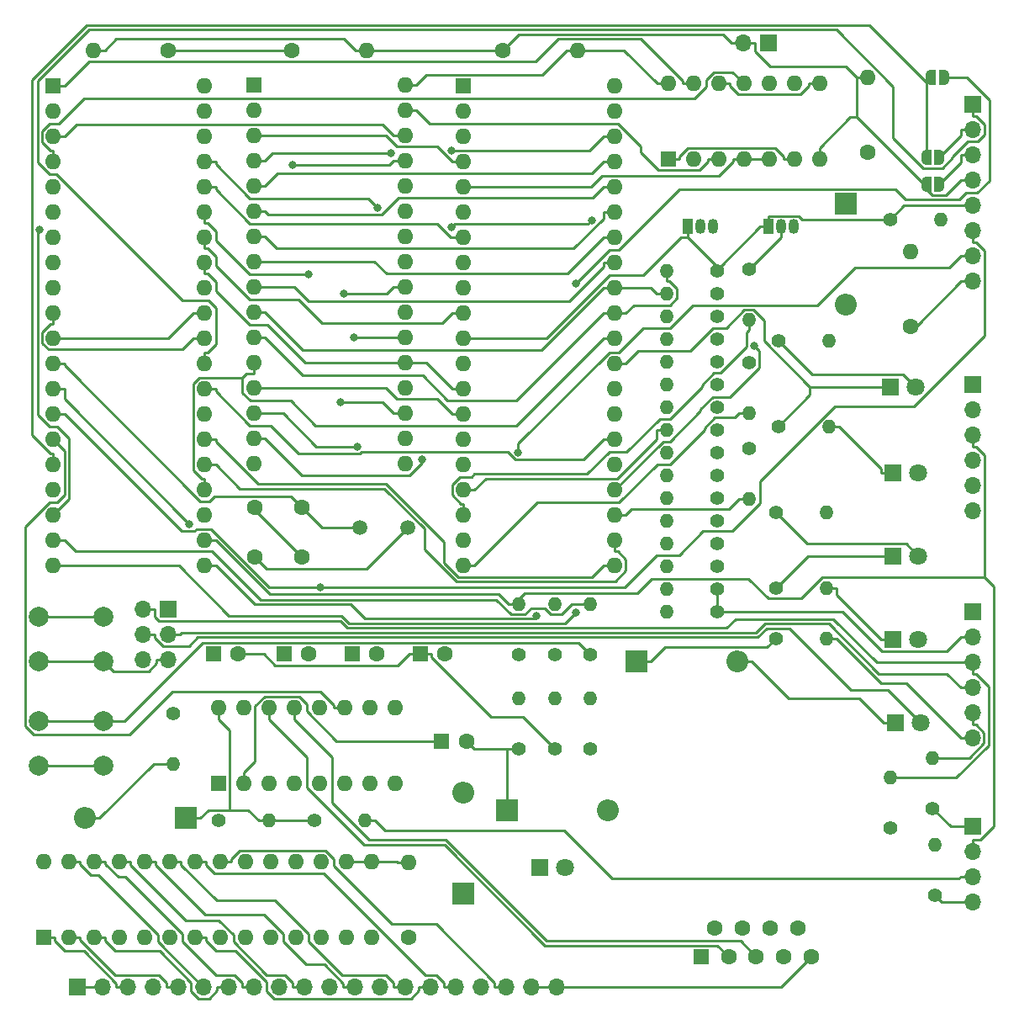
<source format=gbr>
%TF.GenerationSoftware,KiCad,Pcbnew,(6.0.5)*%
%TF.CreationDate,2022-06-12T01:05:43+10:00*%
%TF.ProjectId,gerb,67657262-2e6b-4696-9361-645f70636258,rev?*%
%TF.SameCoordinates,Original*%
%TF.FileFunction,Copper,L1,Top*%
%TF.FilePolarity,Positive*%
%FSLAX46Y46*%
G04 Gerber Fmt 4.6, Leading zero omitted, Abs format (unit mm)*
G04 Created by KiCad (PCBNEW (6.0.5)) date 2022-06-12 01:05:43*
%MOMM*%
%LPD*%
G01*
G04 APERTURE LIST*
G04 Aperture macros list*
%AMFreePoly0*
4,1,22,0.500000,-0.750000,0.000000,-0.750000,0.000000,-0.745033,-0.079941,-0.743568,-0.215256,-0.701293,-0.333266,-0.622738,-0.424486,-0.514219,-0.481581,-0.384460,-0.499164,-0.250000,-0.500000,-0.250000,-0.500000,0.250000,-0.499164,0.250000,-0.499963,0.256109,-0.478152,0.396186,-0.417904,0.524511,-0.324060,0.630769,-0.204165,0.706417,-0.067858,0.745374,0.000000,0.744959,0.000000,0.750000,
0.500000,0.750000,0.500000,-0.750000,0.500000,-0.750000,$1*%
%AMFreePoly1*
4,1,20,0.000000,0.744959,0.073905,0.744508,0.209726,0.703889,0.328688,0.626782,0.421226,0.519385,0.479903,0.390333,0.500000,0.250000,0.500000,-0.250000,0.499851,-0.262216,0.476331,-0.402017,0.414519,-0.529596,0.319384,-0.634700,0.198574,-0.708877,0.061801,-0.746166,0.000000,-0.745033,0.000000,-0.750000,-0.500000,-0.750000,-0.500000,0.750000,0.000000,0.750000,0.000000,0.744959,
0.000000,0.744959,$1*%
G04 Aperture macros list end*
%TA.AperFunction,ComponentPad*%
%ADD10R,1.600000X1.600000*%
%TD*%
%TA.AperFunction,ComponentPad*%
%ADD11C,1.600000*%
%TD*%
%TA.AperFunction,ComponentPad*%
%ADD12C,1.400000*%
%TD*%
%TA.AperFunction,ComponentPad*%
%ADD13O,1.400000X1.400000*%
%TD*%
%TA.AperFunction,ComponentPad*%
%ADD14O,1.600000X1.600000*%
%TD*%
%TA.AperFunction,ComponentPad*%
%ADD15R,1.800000X1.800000*%
%TD*%
%TA.AperFunction,ComponentPad*%
%ADD16C,1.800000*%
%TD*%
%TA.AperFunction,ComponentPad*%
%ADD17R,1.700000X1.700000*%
%TD*%
%TA.AperFunction,ComponentPad*%
%ADD18O,1.700000X1.700000*%
%TD*%
%TA.AperFunction,ComponentPad*%
%ADD19R,2.200000X2.200000*%
%TD*%
%TA.AperFunction,ComponentPad*%
%ADD20O,2.200000X2.200000*%
%TD*%
%TA.AperFunction,ComponentPad*%
%ADD21R,1.050000X1.500000*%
%TD*%
%TA.AperFunction,ComponentPad*%
%ADD22O,1.050000X1.500000*%
%TD*%
%TA.AperFunction,SMDPad,CuDef*%
%ADD23FreePoly0,0.000000*%
%TD*%
%TA.AperFunction,SMDPad,CuDef*%
%ADD24FreePoly1,0.000000*%
%TD*%
%TA.AperFunction,ComponentPad*%
%ADD25C,2.000000*%
%TD*%
%TA.AperFunction,ComponentPad*%
%ADD26C,1.500000*%
%TD*%
%TA.AperFunction,ViaPad*%
%ADD27C,0.800000*%
%TD*%
%TA.AperFunction,Conductor*%
%ADD28C,0.250000*%
%TD*%
G04 APERTURE END LIST*
D10*
%TO.P,C13,1*%
%TO.N,Net-(C13-Pad1)*%
X68294900Y-102750000D03*
D11*
%TO.P,C13,2*%
%TO.N,+5V*%
X70794900Y-102750000D03*
%TD*%
D12*
%TO.P,R15,1*%
%TO.N,+5V*%
X96040000Y-80608000D03*
D13*
%TO.P,R15,2*%
%TO.N,A11*%
X90960000Y-80608000D03*
%TD*%
D12*
%TO.P,R6,1*%
%TO.N,+5V*%
X96040000Y-66892000D03*
D13*
%TO.P,R6,2*%
%TO.N,A6*%
X90960000Y-66892000D03*
%TD*%
D12*
%TO.P,R31,1*%
%TO.N,+5V*%
X55460000Y-110750000D03*
D13*
%TO.P,R31,2*%
%TO.N,SDA*%
X60540000Y-110750000D03*
%TD*%
D12*
%TO.P,R7,1*%
%TO.N,+5V*%
X96040000Y-69178000D03*
D13*
%TO.P,R7,2*%
%TO.N,A7*%
X90960000Y-69178000D03*
%TD*%
D12*
%TO.P,R37,1*%
%TO.N,Net-(R37-Pad1)*%
X45816000Y-110726000D03*
D13*
%TO.P,R37,2*%
%TO.N,+5V*%
X50896000Y-110726000D03*
%TD*%
D11*
%TO.P,C1,1*%
%TO.N,GND*%
X74500000Y-33250000D03*
D14*
%TO.P,C1,2*%
%TO.N,+5V*%
X82000000Y-33250000D03*
%TD*%
D12*
%TO.P,R21,1*%
%TO.N,GND*%
X102214000Y-71114000D03*
D13*
%TO.P,R21,2*%
%TO.N,Net-(D4-Pad1)*%
X107294000Y-71114000D03*
%TD*%
D11*
%TO.P,C4,1*%
%TO.N,+5V*%
X53250000Y-33250000D03*
D14*
%TO.P,C4,2*%
%TO.N,GND*%
X60750000Y-33250000D03*
%TD*%
D11*
%TO.P,C6,1*%
%TO.N,Net-(C6-Pad1)*%
X54250000Y-79258000D03*
%TO.P,C6,2*%
%TO.N,GND*%
X54250000Y-84258000D03*
%TD*%
D15*
%TO.P,D4,1,K*%
%TO.N,Net-(D4-Pad1)*%
X113750000Y-75750000D03*
D16*
%TO.P,D4,2,A*%
%TO.N,PB0*%
X116290000Y-75750000D03*
%TD*%
D10*
%TO.P,U3,1,PB0*%
%TO.N,PB0*%
X29205000Y-36835000D03*
D14*
%TO.P,U3,2,PB1*%
%TO.N,INT*%
X29205000Y-39375000D03*
%TO.P,U3,3,PB2*%
%TO.N,PB2*%
X29205000Y-41915000D03*
%TO.P,U3,4,PB3*%
%TO.N,WAIT*%
X29205000Y-44455000D03*
%TO.P,U3,5,PB4*%
%TO.N,SS*%
X29205000Y-46995000D03*
%TO.P,U3,6,PB5*%
%TO.N,MOSI*%
X29205000Y-49535000D03*
%TO.P,U3,7,PB6*%
%TO.N,MISO*%
X29205000Y-52075000D03*
%TO.P,U3,8,PB7*%
%TO.N,CSK*%
X29205000Y-54615000D03*
%TO.P,U3,9,~{RESET}*%
%TO.N,RST*%
X29205000Y-57155000D03*
%TO.P,U3,10,VCC*%
%TO.N,+5V*%
X29205000Y-59695000D03*
%TO.P,U3,11,GND*%
%TO.N,GND*%
X29205000Y-62235000D03*
%TO.P,U3,12,XTAL2*%
%TO.N,Net-(C6-Pad1)*%
X29205000Y-64775000D03*
%TO.P,U3,13,XTAL1*%
%TO.N,Net-(C5-Pad1)*%
X29205000Y-67315000D03*
%TO.P,U3,14,PD0*%
%TO.N,TX*%
X29205000Y-69855000D03*
%TO.P,U3,15,PD1*%
%TO.N,RX*%
X29205000Y-72395000D03*
%TO.P,U3,16,PD2*%
%TO.N,M1*%
X29205000Y-74935000D03*
%TO.P,U3,17,PD3*%
%TO.N,PD3*%
X29205000Y-77475000D03*
%TO.P,U3,18,PD4*%
%TO.N,PD4*%
X29205000Y-80015000D03*
%TO.P,U3,19,PD5*%
%TO.N,USR*%
X29205000Y-82555000D03*
%TO.P,U3,20,PD6*%
%TO.N,BUSREQ*%
X29205000Y-85095000D03*
%TO.P,U3,21,PD7*%
%TO.N,PD7*%
X44445000Y-85095000D03*
%TO.P,U3,22,PC0*%
%TO.N,SCL*%
X44445000Y-82555000D03*
%TO.P,U3,23,PC1*%
%TO.N,SDA*%
X44445000Y-80015000D03*
%TO.P,U3,24,PC2*%
%TO.N,A0*%
X44445000Y-77475000D03*
%TO.P,U3,25,PC3*%
%TO.N,WR*%
X44445000Y-74935000D03*
%TO.P,U3,26,PC4*%
%TO.N,RD*%
X44445000Y-72395000D03*
%TO.P,U3,27,PC5*%
%TO.N,MREQ*%
X44445000Y-69855000D03*
%TO.P,U3,28,PC6*%
%TO.N,PCB6*%
X44445000Y-67315000D03*
%TO.P,U3,29,PC7*%
%TO.N,RTS*%
X44445000Y-64775000D03*
%TO.P,U3,30,AVCC*%
%TO.N,+5V*%
X44445000Y-62235000D03*
%TO.P,U3,31,AGND*%
%TO.N,GND*%
X44445000Y-59695000D03*
%TO.P,U3,32,AREF*%
%TO.N,unconnected-(U3-Pad32)*%
X44445000Y-57155000D03*
%TO.P,U3,33,PA7*%
%TO.N,D7*%
X44445000Y-54615000D03*
%TO.P,U3,34,PA6*%
%TO.N,D6*%
X44445000Y-52075000D03*
%TO.P,U3,35,PA5*%
%TO.N,D5*%
X44445000Y-49535000D03*
%TO.P,U3,36,PA4*%
%TO.N,D4*%
X44445000Y-46995000D03*
%TO.P,U3,37,PA3*%
%TO.N,D3*%
X44445000Y-44455000D03*
%TO.P,U3,38,PA2*%
%TO.N,D2*%
X44445000Y-41915000D03*
%TO.P,U3,39,PA1*%
%TO.N,D1*%
X44445000Y-39375000D03*
%TO.P,U3,40,PA0*%
%TO.N,D0*%
X44445000Y-36835000D03*
%TD*%
D17*
%TO.P,J4,1,Pin_1*%
%TO.N,RTS*%
X121775000Y-38721000D03*
D18*
%TO.P,J4,2,Pin_2*%
%TO.N,Net-(J4-Pad2)*%
X121775000Y-41261000D03*
%TO.P,J4,3,Pin_3*%
%TO.N,Net-(J4-Pad3)*%
X121775000Y-43801000D03*
%TO.P,J4,4,Pin_4*%
%TO.N,GND*%
X121775000Y-46341000D03*
%TO.P,J4,5,Pin_5*%
%TO.N,+5V*%
X121775000Y-48881000D03*
%TO.P,J4,6,Pin_6*%
%TO.N,TX*%
X121775000Y-51421000D03*
%TO.P,J4,7,Pin_7*%
%TO.N,RX*%
X121775000Y-53961000D03*
%TO.P,J4,8,Pin_8*%
%TO.N,Net-(C3-Pad1)*%
X121775000Y-56501000D03*
%TD*%
D11*
%TO.P,C8,1*%
%TO.N,+5V*%
X65000000Y-122500000D03*
D14*
%TO.P,C8,2*%
%TO.N,GND*%
X65000000Y-115000000D03*
%TD*%
D12*
%TO.P,R2,1*%
%TO.N,+5V*%
X96040000Y-57748000D03*
D13*
%TO.P,R2,2*%
%TO.N,A2*%
X90960000Y-57748000D03*
%TD*%
D12*
%TO.P,R16,1*%
%TO.N,+5V*%
X96040000Y-82894000D03*
D13*
%TO.P,R16,2*%
%TO.N,A12*%
X90960000Y-82894000D03*
%TD*%
D19*
%TO.P,D2,1,K*%
%TO.N,Net-(D2-Pad1)*%
X109000000Y-48670000D03*
D20*
%TO.P,D2,2,A*%
%TO.N,Net-(D2-Pad2)*%
X109000000Y-58830000D03*
%TD*%
D12*
%TO.P,R17,1*%
%TO.N,+5V*%
X96040000Y-85180000D03*
D13*
%TO.P,R17,2*%
%TO.N,A13*%
X90960000Y-85180000D03*
%TD*%
D12*
%TO.P,R18,1*%
%TO.N,+5V*%
X96040000Y-87466000D03*
D13*
%TO.P,R18,2*%
%TO.N,A14*%
X90960000Y-87466000D03*
%TD*%
D12*
%TO.P,R29,1*%
%TO.N,Net-(Q2-Pad2)*%
X99250000Y-73346000D03*
D13*
%TO.P,R29,2*%
%TO.N,BUSACK*%
X99250000Y-78426000D03*
%TD*%
D17*
%TO.P,J2,1,VDD*%
%TO.N,+5V*%
X40790000Y-89475000D03*
D18*
%TO.P,J2,2,MISO*%
%TO.N,MISO*%
X38250000Y-89475000D03*
%TO.P,J2,3,MOSI*%
%TO.N,MOSI*%
X40790000Y-92015000D03*
%TO.P,J2,4,CSK*%
%TO.N,CSK*%
X38250000Y-92015000D03*
%TO.P,J2,5,GND*%
%TO.N,GND*%
X40790000Y-94555000D03*
%TO.P,J2,6,RST*%
%TO.N,RST*%
X38250000Y-94555000D03*
%TD*%
D11*
%TO.P,C7,1*%
%TO.N,+5V*%
X111250000Y-43500000D03*
D14*
%TO.P,C7,2*%
%TO.N,GND*%
X111250000Y-36000000D03*
%TD*%
D21*
%TO.P,Q1,1,E*%
%TO.N,+5V*%
X101230000Y-51000000D03*
D22*
%TO.P,Q1,2,B*%
%TO.N,Net-(Q1-Pad2)*%
X102500000Y-51000000D03*
%TO.P,Q1,3,C*%
%TO.N,Net-(Q1-Pad3)*%
X103770000Y-51000000D03*
%TD*%
D10*
%TO.P,U4,1,NC*%
%TO.N,unconnected-(U4-Pad1)*%
X49375000Y-36750000D03*
D14*
%TO.P,U4,2,A16*%
%TO.N,Net-(D2-Pad2)*%
X49375000Y-39290000D03*
%TO.P,U4,3,A14*%
%TO.N,A14*%
X49375000Y-41830000D03*
%TO.P,U4,4,A12*%
%TO.N,A12*%
X49375000Y-44370000D03*
%TO.P,U4,5,A7*%
%TO.N,A7*%
X49375000Y-46910000D03*
%TO.P,U4,6,A6*%
%TO.N,A6*%
X49375000Y-49450000D03*
%TO.P,U4,7,A5*%
%TO.N,A5*%
X49375000Y-51990000D03*
%TO.P,U4,8,A4*%
%TO.N,A4*%
X49375000Y-54530000D03*
%TO.P,U4,9,A3*%
%TO.N,A3*%
X49375000Y-57070000D03*
%TO.P,U4,10,A2*%
%TO.N,A2*%
X49375000Y-59610000D03*
%TO.P,U4,11,A1*%
%TO.N,A1*%
X49375000Y-62150000D03*
%TO.P,U4,12,A0*%
%TO.N,A0*%
X49375000Y-64690000D03*
%TO.P,U4,13,D0*%
%TO.N,D0*%
X49375000Y-67230000D03*
%TO.P,U4,14,D1*%
%TO.N,D1*%
X49375000Y-69770000D03*
%TO.P,U4,15,D2*%
%TO.N,D2*%
X49375000Y-72310000D03*
%TO.P,U4,16,GND*%
%TO.N,GND*%
X49375000Y-74850000D03*
%TO.P,U4,17,D3*%
%TO.N,D3*%
X64615000Y-74850000D03*
%TO.P,U4,18,D4*%
%TO.N,D4*%
X64615000Y-72310000D03*
%TO.P,U4,19,D5*%
%TO.N,D5*%
X64615000Y-69770000D03*
%TO.P,U4,20,D6*%
%TO.N,D6*%
X64615000Y-67230000D03*
%TO.P,U4,21,D7*%
%TO.N,D7*%
X64615000Y-64690000D03*
%TO.P,U4,22,CE1*%
%TO.N,MREQ*%
X64615000Y-62150000D03*
%TO.P,U4,23,A10*%
%TO.N,A10*%
X64615000Y-59610000D03*
%TO.P,U4,24,OE*%
%TO.N,RD*%
X64615000Y-57070000D03*
%TO.P,U4,25,A11*%
%TO.N,A11*%
X64615000Y-54530000D03*
%TO.P,U4,26,A9*%
%TO.N,A9*%
X64615000Y-51990000D03*
%TO.P,U4,27,A8*%
%TO.N,A8*%
X64615000Y-49450000D03*
%TO.P,U4,28,A13*%
%TO.N,A13*%
X64615000Y-46910000D03*
%TO.P,U4,29,R/W*%
%TO.N,WR*%
X64615000Y-44370000D03*
%TO.P,U4,30,CE2*%
%TO.N,PB2*%
X64615000Y-41830000D03*
%TO.P,U4,31,A15*%
%TO.N,Net-(U2-Pad3)*%
X64615000Y-39290000D03*
%TO.P,U4,32,VCC*%
%TO.N,+5V*%
X64615000Y-36750000D03*
%TD*%
D12*
%TO.P,R30,1*%
%TO.N,Net-(R30-Pad1)*%
X83250000Y-94040000D03*
D13*
%TO.P,R30,2*%
%TO.N,USR*%
X83250000Y-88960000D03*
%TD*%
D10*
%TO.P,C11,1*%
%TO.N,Net-(C11-Pad1)*%
X59294900Y-94000000D03*
D11*
%TO.P,C11,2*%
%TO.N,Net-(C11-Pad2)*%
X61794900Y-94000000D03*
%TD*%
D10*
%TO.P,U6,1,C1+*%
%TO.N,Net-(C10-Pad1)*%
X45850000Y-107050000D03*
D14*
%TO.P,U6,2,VS+*%
%TO.N,Net-(C13-Pad1)*%
X48390000Y-107050000D03*
%TO.P,U6,3,C1-*%
%TO.N,Net-(C10-Pad2)*%
X50930000Y-107050000D03*
%TO.P,U6,4,C2+*%
%TO.N,Net-(C11-Pad1)*%
X53470000Y-107050000D03*
%TO.P,U6,5,C2-*%
%TO.N,Net-(C11-Pad2)*%
X56010000Y-107050000D03*
%TO.P,U6,6,VS-*%
%TO.N,Net-(C12-Pad2)*%
X58550000Y-107050000D03*
%TO.P,U6,7,T2OUT*%
%TO.N,unconnected-(U6-Pad7)*%
X61090000Y-107050000D03*
%TO.P,U6,8,R2IN*%
%TO.N,unconnected-(U6-Pad8)*%
X63630000Y-107050000D03*
%TO.P,U6,9,R2OUT*%
%TO.N,unconnected-(U6-Pad9)*%
X63630000Y-99430000D03*
%TO.P,U6,10,T2IN*%
%TO.N,unconnected-(U6-Pad10)*%
X61090000Y-99430000D03*
%TO.P,U6,11,T1IN*%
%TO.N,RX*%
X58550000Y-99430000D03*
%TO.P,U6,12,R1OUT*%
%TO.N,TX*%
X56010000Y-99430000D03*
%TO.P,U6,13,R1IN*%
%TO.N,Net-(J8-Pad3)*%
X53470000Y-99430000D03*
%TO.P,U6,14,T1OUT*%
%TO.N,Net-(J8-Pad2)*%
X50930000Y-99430000D03*
%TO.P,U6,15,GND*%
%TO.N,GND*%
X48390000Y-99430000D03*
%TO.P,U6,16,VCC*%
%TO.N,+5V*%
X45850000Y-99430000D03*
%TD*%
D23*
%TO.P,JP2,1,A*%
%TO.N,M1*%
X117600000Y-36000000D03*
D24*
%TO.P,JP2,2,B*%
%TO.N,Net-(JP2-Pad2)*%
X118900000Y-36000000D03*
%TD*%
D19*
%TO.P,D1,1,K*%
%TO.N,+5V*%
X42580000Y-110500000D03*
D20*
%TO.P,D1,2,A*%
%TO.N,RST*%
X32420000Y-110500000D03*
%TD*%
D12*
%TO.P,R33,1*%
%TO.N,+5V*%
X76066000Y-94044000D03*
D13*
%TO.P,R33,2*%
%TO.N,SCL*%
X76066000Y-88964000D03*
%TD*%
D12*
%TO.P,R1,1*%
%TO.N,+5V*%
X96040000Y-55462000D03*
D13*
%TO.P,R1,2*%
%TO.N,A1*%
X90960000Y-55462000D03*
%TD*%
%TO.P,R26,2*%
%TO.N,Net-(R26-Pad2)*%
X79750000Y-88960000D03*
D12*
%TO.P,R26,1*%
%TO.N,PD7*%
X79750000Y-94040000D03*
%TD*%
D25*
%TO.P,SW1,1,1*%
%TO.N,Net-(R10-Pad1)*%
X27750000Y-90250000D03*
X34250000Y-90250000D03*
%TO.P,SW1,2,2*%
%TO.N,GND*%
X27750000Y-94750000D03*
X34250000Y-94750000D03*
%TD*%
D12*
%TO.P,R34,1*%
%TO.N,+5V*%
X113500000Y-111540000D03*
D13*
%TO.P,R34,2*%
%TO.N,MISO*%
X113500000Y-106460000D03*
%TD*%
D12*
%TO.P,R23,1*%
%TO.N,Net-(D5-Pad2)*%
X102214000Y-62478000D03*
D13*
%TO.P,R23,2*%
%TO.N,Net-(Q1-Pad3)*%
X107294000Y-62478000D03*
%TD*%
D15*
%TO.P,D5,1,K*%
%TO.N,GND*%
X113496000Y-67114000D03*
D16*
%TO.P,D5,2,A*%
%TO.N,Net-(D5-Pad2)*%
X116036000Y-67114000D03*
%TD*%
D12*
%TO.P,R32,1*%
%TO.N,Net-(D8-Pad2)*%
X83250000Y-103540000D03*
D13*
%TO.P,R32,2*%
%TO.N,USR*%
X83250000Y-98460000D03*
%TD*%
D25*
%TO.P,SW2,1,1*%
%TO.N,Net-(R30-Pad1)*%
X34250000Y-100750000D03*
X27750000Y-100750000D03*
%TO.P,SW2,2,2*%
%TO.N,GND*%
X34250000Y-105250000D03*
X27750000Y-105250000D03*
%TD*%
D12*
%TO.P,R11,1*%
%TO.N,+5V*%
X113460000Y-50292000D03*
D13*
%TO.P,R11,2*%
%TO.N,RST*%
X118540000Y-50292000D03*
%TD*%
D10*
%TO.P,C10,1*%
%TO.N,Net-(C10-Pad1)*%
X52436900Y-94000000D03*
D11*
%TO.P,C10,2*%
%TO.N,Net-(C10-Pad2)*%
X54936900Y-94000000D03*
%TD*%
D14*
%TO.P,U2,14,VCC*%
%TO.N,+5V*%
X91125000Y-36566000D03*
%TO.P,U2,13*%
%TO.N,PB0*%
X93665000Y-36566000D03*
%TO.P,U2,12*%
%TO.N,Net-(D6-Pad2)*%
X96205000Y-36566000D03*
%TO.P,U2,11*%
%TO.N,WAIT*%
X98745000Y-36566000D03*
%TO.P,U2,10*%
X101285000Y-36566000D03*
%TO.P,U2,9*%
%TO.N,Net-(R22-Pad1)*%
X103825000Y-36566000D03*
%TO.P,U2,8*%
%TO.N,Net-(D6-Pad2)*%
X106365000Y-36566000D03*
%TO.P,U2,7,GND*%
%TO.N,GND*%
X106365000Y-44186000D03*
%TO.P,U2,6*%
%TO.N,Net-(D2-Pad1)*%
X103825000Y-44186000D03*
%TO.P,U2,5*%
%TO.N,A15*%
X101285000Y-44186000D03*
%TO.P,U2,4*%
X98745000Y-44186000D03*
%TO.P,U2,3*%
%TO.N,Net-(U2-Pad3)*%
X96205000Y-44186000D03*
%TO.P,U2,2*%
%TO.N,PD4*%
X93665000Y-44186000D03*
D10*
%TO.P,U2,1*%
%TO.N,Net-(D2-Pad1)*%
X91125000Y-44186000D03*
%TD*%
D12*
%TO.P,R24,1*%
%TO.N,Net-(Q1-Pad2)*%
X99250000Y-55312000D03*
D13*
%TO.P,R24,2*%
%TO.N,HALT*%
X99250000Y-60392000D03*
%TD*%
D15*
%TO.P,D8,1,K*%
%TO.N,Net-(D8-Pad1)*%
X78225000Y-115500000D03*
D16*
%TO.P,D8,2,A*%
%TO.N,Net-(D8-Pad2)*%
X80765000Y-115500000D03*
%TD*%
D12*
%TO.P,R13,1*%
%TO.N,+5V*%
X96040000Y-76036000D03*
D13*
%TO.P,R13,2*%
%TO.N,A9*%
X90960000Y-76036000D03*
%TD*%
D12*
%TO.P,R20,1*%
%TO.N,+5V*%
X76086000Y-103540000D03*
D13*
%TO.P,R20,2*%
%TO.N,Net-(D2-Pad2)*%
X76086000Y-98460000D03*
%TD*%
D17*
%TO.P,J6,1,Pin_1*%
%TO.N,GND*%
X121750000Y-89760000D03*
D18*
%TO.P,J6,2,Pin_2*%
%TO.N,+5V*%
X121750000Y-92300000D03*
%TO.P,J6,3,Pin_3*%
%TO.N,MISO*%
X121750000Y-94840000D03*
%TO.P,J6,4,Pin_4*%
%TO.N,MOSI*%
X121750000Y-97380000D03*
%TO.P,J6,5,Pin_5*%
%TO.N,CSK*%
X121750000Y-99920000D03*
%TO.P,J6,6,Pin_6*%
%TO.N,SS*%
X121750000Y-102460000D03*
%TD*%
D10*
%TO.P,J8,1,1*%
%TO.N,unconnected-(J8-Pad1)*%
X94450000Y-124440300D03*
D11*
%TO.P,J8,2,2*%
%TO.N,Net-(J8-Pad2)*%
X97220000Y-124440300D03*
%TO.P,J8,3,3*%
%TO.N,Net-(J8-Pad3)*%
X99990000Y-124440300D03*
%TO.P,J8,4,4*%
%TO.N,unconnected-(J8-Pad4)*%
X102760000Y-124440300D03*
%TO.P,J8,5,5*%
%TO.N,GND*%
X105530000Y-124440300D03*
%TO.P,J8,6,6*%
%TO.N,unconnected-(J8-Pad6)*%
X95835000Y-121600300D03*
%TO.P,J8,7,7*%
%TO.N,unconnected-(J8-Pad7)*%
X98605000Y-121600300D03*
%TO.P,J8,8,8*%
%TO.N,unconnected-(J8-Pad8)*%
X101375000Y-121600300D03*
%TO.P,J8,9,9*%
%TO.N,unconnected-(J8-Pad9)*%
X104145000Y-121600300D03*
%TD*%
D12*
%TO.P,R25,1*%
%TO.N,GND*%
X79750000Y-103540000D03*
D13*
%TO.P,R25,2*%
%TO.N,PCB6*%
X79750000Y-98460000D03*
%TD*%
D15*
%TO.P,D11,1,K*%
%TO.N,Net-(D10-Pad2)*%
X114004000Y-100896000D03*
D16*
%TO.P,D11,2,A*%
%TO.N,CSK*%
X116544000Y-100896000D03*
%TD*%
D17*
%TO.P,J7,1,Pin_1*%
%TO.N,+5V*%
X31650000Y-127475000D03*
D18*
%TO.P,J7,2,Pin_2*%
X34190000Y-127475000D03*
%TO.P,J7,3,Pin_3*%
%TO.N,Net-(J7-Pad3)*%
X36730000Y-127475000D03*
%TO.P,J7,4,Pin_4*%
%TO.N,Net-(J7-Pad4)*%
X39270000Y-127475000D03*
%TO.P,J7,5,Pin_5*%
%TO.N,Net-(J7-Pad5)*%
X41810000Y-127475000D03*
%TO.P,J7,6,Pin_6*%
%TO.N,Net-(J7-Pad6)*%
X44350000Y-127475000D03*
%TO.P,J7,7,Pin_7*%
%TO.N,Net-(J7-Pad7)*%
X46890000Y-127475000D03*
%TO.P,J7,8,Pin_8*%
%TO.N,Net-(J7-Pad8)*%
X49430000Y-127475000D03*
%TO.P,J7,9,Pin_9*%
%TO.N,Net-(J7-Pad9)*%
X51970000Y-127475000D03*
%TO.P,J7,10,Pin_10*%
%TO.N,Net-(J7-Pad10)*%
X54510000Y-127475000D03*
%TO.P,J7,11,Pin_11*%
%TO.N,Net-(J7-Pad11)*%
X57050000Y-127475000D03*
%TO.P,J7,12,Pin_12*%
%TO.N,Net-(J7-Pad12)*%
X59590000Y-127475000D03*
%TO.P,J7,13,Pin_13*%
%TO.N,Net-(J7-Pad13)*%
X62130000Y-127475000D03*
%TO.P,J7,14,Pin_14*%
%TO.N,Net-(J7-Pad14)*%
X64670000Y-127475000D03*
%TO.P,J7,15,Pin_15*%
%TO.N,Net-(J7-Pad15)*%
X67210000Y-127475000D03*
%TO.P,J7,16,Pin_16*%
%TO.N,Net-(J7-Pad16)*%
X69750000Y-127475000D03*
%TO.P,J7,17,Pin_17*%
%TO.N,Net-(J7-Pad17)*%
X72290000Y-127475000D03*
%TO.P,J7,18,Pin_18*%
%TO.N,Net-(J7-Pad18)*%
X74830000Y-127475000D03*
%TO.P,J7,19,Pin_19*%
%TO.N,GND*%
X77370000Y-127475000D03*
%TO.P,J7,20,Pin_20*%
X79910000Y-127475000D03*
%TD*%
D12*
%TO.P,R14,1*%
%TO.N,+5V*%
X96040000Y-78322000D03*
D13*
%TO.P,R14,2*%
%TO.N,A10*%
X90960000Y-78322000D03*
%TD*%
D19*
%TO.P,D9,1,K*%
%TO.N,+5V*%
X74920000Y-109750000D03*
D20*
%TO.P,D9,2,A*%
%TO.N,Net-(D8-Pad1)*%
X85080000Y-109750000D03*
%TD*%
D12*
%TO.P,R36,1*%
%TO.N,Net-(D10-Pad1)*%
X101960000Y-92450000D03*
D13*
%TO.P,R36,2*%
%TO.N,SS*%
X107040000Y-92450000D03*
%TD*%
D12*
%TO.P,R19,1*%
%TO.N,+5V*%
X96040000Y-89752000D03*
D13*
%TO.P,R19,2*%
%TO.N,A15*%
X90960000Y-89752000D03*
%TD*%
D11*
%TO.P,C2,1*%
%TO.N,+5V*%
X40750000Y-33250000D03*
D14*
%TO.P,C2,2*%
%TO.N,GND*%
X33250000Y-33250000D03*
%TD*%
D23*
%TO.P,JP1,1,A*%
%TO.N,M1*%
X117100000Y-44000000D03*
D24*
%TO.P,JP1,2,B*%
%TO.N,Net-(J4-Pad2)*%
X118400000Y-44000000D03*
%TD*%
D12*
%TO.P,R12,1*%
%TO.N,+5V*%
X96040000Y-73750000D03*
D13*
%TO.P,R12,2*%
%TO.N,A8*%
X90960000Y-73750000D03*
%TD*%
D12*
%TO.P,R8,1*%
%TO.N,+5V*%
X96040000Y-71464000D03*
D13*
%TO.P,R8,2*%
%TO.N,NMI*%
X90960000Y-71464000D03*
%TD*%
D12*
%TO.P,R4,1*%
%TO.N,+5V*%
X96040000Y-62320000D03*
D13*
%TO.P,R4,2*%
%TO.N,A4*%
X90960000Y-62320000D03*
%TD*%
D12*
%TO.P,R27,1*%
%TO.N,GND*%
X101960000Y-87370000D03*
D13*
%TO.P,R27,2*%
%TO.N,Net-(D6-Pad1)*%
X107040000Y-87370000D03*
%TD*%
D12*
%TO.P,R10,1*%
%TO.N,Net-(R10-Pad1)*%
X41250000Y-99960000D03*
D13*
%TO.P,R10,2*%
%TO.N,RST*%
X41250000Y-105040000D03*
%TD*%
D23*
%TO.P,JP3,1,A*%
%TO.N,GND*%
X117100000Y-46750000D03*
D24*
%TO.P,JP3,2,B*%
%TO.N,Net-(J4-Pad3)*%
X118400000Y-46750000D03*
%TD*%
D21*
%TO.P,Q2,1,E*%
%TO.N,+5V*%
X93102000Y-51000000D03*
D22*
%TO.P,Q2,2,B*%
%TO.N,Net-(Q2-Pad2)*%
X94372000Y-51000000D03*
%TO.P,Q2,3,C*%
%TO.N,Net-(Q2-Pad3)*%
X95642000Y-51000000D03*
%TD*%
D11*
%TO.P,C5,1*%
%TO.N,Net-(C5-Pad1)*%
X49510000Y-84258000D03*
%TO.P,C5,2*%
%TO.N,GND*%
X49510000Y-79258000D03*
%TD*%
D15*
%TO.P,D6,1,K*%
%TO.N,Net-(D6-Pad1)*%
X113750000Y-92514000D03*
D16*
%TO.P,D6,2,A*%
%TO.N,Net-(D6-Pad2)*%
X116290000Y-92514000D03*
%TD*%
D17*
%TO.P,J5,1,Pin_1*%
%TO.N,unconnected-(J5-Pad1)*%
X121775000Y-66925000D03*
D18*
%TO.P,J5,2,Pin_2*%
%TO.N,unconnected-(J5-Pad2)*%
X121775000Y-69465000D03*
%TO.P,J5,3,Pin_3*%
%TO.N,SCL*%
X121775000Y-72005000D03*
%TO.P,J5,4,Pin_4*%
%TO.N,SDA*%
X121775000Y-74545000D03*
%TO.P,J5,5,Pin_5*%
%TO.N,+5V*%
X121775000Y-77085000D03*
%TO.P,J5,6,Pin_6*%
%TO.N,GND*%
X121775000Y-79625000D03*
%TD*%
D17*
%TO.P,J1,1,Pin_1*%
%TO.N,+5V*%
X101250000Y-32525000D03*
D18*
%TO.P,J1,2,Pin_2*%
%TO.N,GND*%
X98710000Y-32525000D03*
%TD*%
D10*
%TO.P,U5,1,GPB0*%
%TO.N,Net-(J7-Pad3)*%
X28225000Y-122550000D03*
D14*
%TO.P,U5,2,GPB1*%
%TO.N,Net-(J7-Pad5)*%
X30765000Y-122550000D03*
%TO.P,U5,3,GPB2*%
%TO.N,Net-(J7-Pad7)*%
X33305000Y-122550000D03*
%TO.P,U5,4,GPB3*%
%TO.N,Net-(J7-Pad9)*%
X35845000Y-122550000D03*
%TO.P,U5,5,GPB4*%
%TO.N,Net-(J7-Pad11)*%
X38385000Y-122550000D03*
%TO.P,U5,6,GPB5*%
%TO.N,Net-(J7-Pad13)*%
X40925000Y-122550000D03*
%TO.P,U5,7,GPB6*%
%TO.N,Net-(J7-Pad15)*%
X43465000Y-122550000D03*
%TO.P,U5,8,GPB7*%
%TO.N,Net-(J7-Pad17)*%
X46005000Y-122550000D03*
%TO.P,U5,9,VDD*%
%TO.N,+5V*%
X48545000Y-122550000D03*
%TO.P,U5,10,VSS*%
%TO.N,GND*%
X51085000Y-122550000D03*
%TO.P,U5,11,NC*%
%TO.N,unconnected-(U5-Pad11)*%
X53625000Y-122550000D03*
%TO.P,U5,12,SCK*%
%TO.N,SCL*%
X56165000Y-122550000D03*
%TO.P,U5,13,SDA*%
%TO.N,SDA*%
X58705000Y-122550000D03*
%TO.P,U5,14,NC*%
%TO.N,unconnected-(U5-Pad14)*%
X61245000Y-122550000D03*
%TO.P,U5,15,A0*%
%TO.N,GND*%
X61245000Y-114930000D03*
%TO.P,U5,16,A1*%
X58705000Y-114930000D03*
%TO.P,U5,17,A2*%
X56165000Y-114930000D03*
%TO.P,U5,18,~{RESET}*%
%TO.N,Net-(R37-Pad1)*%
X53625000Y-114930000D03*
%TO.P,U5,19,INTB*%
%TO.N,unconnected-(U5-Pad19)*%
X51085000Y-114930000D03*
%TO.P,U5,20,INTA*%
%TO.N,unconnected-(U5-Pad20)*%
X48545000Y-114930000D03*
%TO.P,U5,21,GPA0*%
%TO.N,Net-(J7-Pad18)*%
X46005000Y-114930000D03*
%TO.P,U5,22,GPA1*%
%TO.N,Net-(J7-Pad16)*%
X43465000Y-114930000D03*
%TO.P,U5,23,GPA2*%
%TO.N,Net-(J7-Pad14)*%
X40925000Y-114930000D03*
%TO.P,U5,24,GPA3*%
%TO.N,Net-(J7-Pad12)*%
X38385000Y-114930000D03*
%TO.P,U5,25,GPA4*%
%TO.N,Net-(J7-Pad10)*%
X35845000Y-114930000D03*
%TO.P,U5,26,GPA5*%
%TO.N,Net-(J7-Pad8)*%
X33305000Y-114930000D03*
%TO.P,U5,27,GPA6*%
%TO.N,Net-(J7-Pad6)*%
X30765000Y-114930000D03*
%TO.P,U5,28,GPA7*%
%TO.N,Net-(J7-Pad4)*%
X28225000Y-114930000D03*
%TD*%
D12*
%TO.P,R28,1*%
%TO.N,Net-(D7-Pad2)*%
X101960000Y-79750000D03*
D13*
%TO.P,R28,2*%
%TO.N,Net-(Q2-Pad3)*%
X107040000Y-79750000D03*
%TD*%
D12*
%TO.P,R22,1*%
%TO.N,Net-(R22-Pad1)*%
X99250000Y-64710000D03*
D13*
%TO.P,R22,2*%
%TO.N,IORQ*%
X99250000Y-69790000D03*
%TD*%
D19*
%TO.P,D10,1,A*%
%TO.N,Net-(D10-Pad1)*%
X87920000Y-94750000D03*
D20*
%TO.P,D10,2,K*%
%TO.N,Net-(D10-Pad2)*%
X98080000Y-94750000D03*
%TD*%
D12*
%TO.P,R35,1*%
%TO.N,GND*%
X117750000Y-109540000D03*
D13*
%TO.P,R35,2*%
%TO.N,CSK*%
X117750000Y-104460000D03*
%TD*%
D10*
%TO.P,U1,1,A11*%
%TO.N,A11*%
X70500000Y-36835000D03*
D14*
%TO.P,U1,2,A12*%
%TO.N,A12*%
X70500000Y-39375000D03*
%TO.P,U1,3,A13*%
%TO.N,A13*%
X70500000Y-41915000D03*
%TO.P,U1,4,A14*%
%TO.N,A14*%
X70500000Y-44455000D03*
%TO.P,U1,5,A15*%
%TO.N,A15*%
X70500000Y-46995000D03*
%TO.P,U1,6,~{CLK}*%
%TO.N,Net-(R26-Pad2)*%
X70500000Y-49535000D03*
%TO.P,U1,7,D4*%
%TO.N,D4*%
X70500000Y-52075000D03*
%TO.P,U1,8,D3*%
%TO.N,D3*%
X70500000Y-54615000D03*
%TO.P,U1,9,D5*%
%TO.N,D5*%
X70500000Y-57155000D03*
%TO.P,U1,10,D6*%
%TO.N,D6*%
X70500000Y-59695000D03*
%TO.P,U1,11,VCC*%
%TO.N,+5V*%
X70500000Y-62235000D03*
%TO.P,U1,12,D2*%
%TO.N,D2*%
X70500000Y-64775000D03*
%TO.P,U1,13,D7*%
%TO.N,D7*%
X70500000Y-67315000D03*
%TO.P,U1,14,D0*%
%TO.N,D0*%
X70500000Y-69855000D03*
%TO.P,U1,15,D1*%
%TO.N,D1*%
X70500000Y-72395000D03*
%TO.P,U1,16,~{INT}*%
%TO.N,INT*%
X70500000Y-74935000D03*
%TO.P,U1,17,~{NMI}*%
%TO.N,NMI*%
X70500000Y-77475000D03*
%TO.P,U1,18,~{HALT}*%
%TO.N,HALT*%
X70500000Y-80015000D03*
%TO.P,U1,19,~{MREQ}*%
%TO.N,MREQ*%
X70500000Y-82555000D03*
%TO.P,U1,20,~{IORQ}*%
%TO.N,IORQ*%
X70500000Y-85095000D03*
%TO.P,U1,21,~{RD}*%
%TO.N,RD*%
X85740000Y-85095000D03*
%TO.P,U1,22,~{WR}*%
%TO.N,WR*%
X85740000Y-82555000D03*
%TO.P,U1,23,~{BUSACK}*%
%TO.N,BUSACK*%
X85740000Y-80015000D03*
%TO.P,U1,24,~{WAIT}*%
%TO.N,WAIT*%
X85740000Y-77475000D03*
%TO.P,U1,25,~{BUSRQ}*%
%TO.N,BUSREQ*%
X85740000Y-74935000D03*
%TO.P,U1,26,~{RESET}*%
%TO.N,PCB6*%
X85740000Y-72395000D03*
%TO.P,U1,27,~{M1}*%
%TO.N,Net-(JP2-Pad2)*%
X85740000Y-69855000D03*
%TO.P,U1,28,~{RFSH}*%
%TO.N,unconnected-(U1-Pad28)*%
X85740000Y-67315000D03*
%TO.P,U1,29,GND*%
%TO.N,GND*%
X85740000Y-64775000D03*
%TO.P,U1,30,A0*%
%TO.N,A0*%
X85740000Y-62235000D03*
%TO.P,U1,31,A1*%
%TO.N,A1*%
X85740000Y-59695000D03*
%TO.P,U1,32,A2*%
%TO.N,A2*%
X85740000Y-57155000D03*
%TO.P,U1,33,A3*%
%TO.N,A3*%
X85740000Y-54615000D03*
%TO.P,U1,34,A4*%
%TO.N,A4*%
X85740000Y-52075000D03*
%TO.P,U1,35,A5*%
%TO.N,A5*%
X85740000Y-49535000D03*
%TO.P,U1,36,A6*%
%TO.N,A6*%
X85740000Y-46995000D03*
%TO.P,U1,37,A7*%
%TO.N,A7*%
X85740000Y-44455000D03*
%TO.P,U1,38,A8*%
%TO.N,A8*%
X85740000Y-41915000D03*
%TO.P,U1,39,A9*%
%TO.N,A9*%
X85740000Y-39375000D03*
%TO.P,U1,40,A10*%
%TO.N,A10*%
X85740000Y-36835000D03*
%TD*%
D12*
%TO.P,R9,1*%
%TO.N,+5V*%
X118000000Y-118290000D03*
D13*
%TO.P,R9,2*%
%TO.N,SS*%
X118000000Y-113210000D03*
%TD*%
D10*
%TO.P,C9,1*%
%TO.N,+5V*%
X45324900Y-94000000D03*
D11*
%TO.P,C9,2*%
%TO.N,GND*%
X47824900Y-94000000D03*
%TD*%
D26*
%TO.P,Y1,1,1*%
%TO.N,Net-(C6-Pad1)*%
X60050000Y-81250000D03*
%TO.P,Y1,2,2*%
%TO.N,Net-(C5-Pad1)*%
X64930000Y-81250000D03*
%TD*%
D12*
%TO.P,R5,1*%
%TO.N,+5V*%
X96040000Y-64606000D03*
D13*
%TO.P,R5,2*%
%TO.N,A5*%
X90960000Y-64606000D03*
%TD*%
D19*
%TO.P,D3,1,K*%
%TO.N,PD3*%
X70500000Y-118080000D03*
D20*
%TO.P,D3,2,A*%
%TO.N,Net-(D2-Pad2)*%
X70500000Y-107920000D03*
%TD*%
D11*
%TO.P,C3,1*%
%TO.N,Net-(C3-Pad1)*%
X115500000Y-61000000D03*
D14*
%TO.P,C3,2*%
%TO.N,RST*%
X115500000Y-53500000D03*
%TD*%
D10*
%TO.P,C12,1*%
%TO.N,GND*%
X66152900Y-94000000D03*
D11*
%TO.P,C12,2*%
%TO.N,Net-(C12-Pad2)*%
X68652900Y-94000000D03*
%TD*%
D12*
%TO.P,R3,1*%
%TO.N,+5V*%
X96040000Y-60034000D03*
D13*
%TO.P,R3,2*%
%TO.N,A3*%
X90960000Y-60034000D03*
%TD*%
D15*
%TO.P,D7,1,K*%
%TO.N,GND*%
X113750000Y-84132000D03*
D16*
%TO.P,D7,2,A*%
%TO.N,Net-(D7-Pad2)*%
X116290000Y-84132000D03*
%TD*%
D18*
%TO.P,J3,4,Pin_4*%
%TO.N,+5V*%
X121750000Y-118970000D03*
%TO.P,J3,3,Pin_3*%
%TO.N,SDA*%
X121750000Y-116430000D03*
%TO.P,J3,2,Pin_2*%
%TO.N,SCL*%
X121750000Y-113890000D03*
D17*
%TO.P,J3,1,Pin_1*%
%TO.N,GND*%
X121750000Y-111350000D03*
%TD*%
D27*
%TO.N,PD4*%
X27813700Y-51316800D03*
%TO.N,BUSREQ*%
X81796700Y-89861400D03*
%TO.N,WAIT*%
X99778300Y-63010000D03*
%TO.N,WR*%
X53314700Y-44820500D03*
%TO.N,RD*%
X58459600Y-57758500D03*
%TO.N,MREQ*%
X59440600Y-62158900D03*
%TO.N,D1*%
X59791900Y-73112000D03*
%TO.N,D2*%
X66353000Y-74424800D03*
%TO.N,D5*%
X58141000Y-68660700D03*
X54873900Y-55800000D03*
%TO.N,D3*%
X61826700Y-49089100D03*
%TO.N,PD7*%
X77867600Y-90157600D03*
%TO.N,A12*%
X63217000Y-43603900D03*
%TO.N,A9*%
X83397000Y-50390600D03*
X69280800Y-51087500D03*
%TO.N,A8*%
X69291200Y-43329600D03*
%TO.N,Net-(JP2-Pad2)*%
X81835400Y-56757200D03*
%TO.N,RX*%
X76006000Y-73713400D03*
%TO.N,TX*%
X56087700Y-87263200D03*
%TO.N,Net-(C5-Pad1)*%
X42887300Y-80911900D03*
%TD*%
D28*
%TO.N,PB2*%
X31543900Y-40701400D02*
X30330300Y-41915000D01*
X62361100Y-40701400D02*
X31543900Y-40701400D01*
X63489700Y-41830000D02*
X62361100Y-40701400D01*
X64615000Y-41830000D02*
X63489700Y-41830000D01*
X29205000Y-41915000D02*
X30330300Y-41915000D01*
%TO.N,Net-(U2-Pad3)*%
X67095300Y-40645000D02*
X65740300Y-39290000D01*
X86086800Y-40645000D02*
X67095300Y-40645000D01*
X88346500Y-42904700D02*
X86086800Y-40645000D01*
X88346500Y-43537500D02*
X88346500Y-42904700D01*
X90120400Y-45311400D02*
X88346500Y-43537500D01*
X94235600Y-45311400D02*
X90120400Y-45311400D01*
X95079700Y-44467300D02*
X94235600Y-45311400D01*
X95079700Y-44186000D02*
X95079700Y-44467300D01*
X96205000Y-44186000D02*
X95079700Y-44186000D01*
X64615000Y-39290000D02*
X65740300Y-39290000D01*
%TO.N,PD4*%
X30807600Y-78412400D02*
X29205000Y-80015000D01*
X30807600Y-72339400D02*
X30807600Y-78412400D01*
X29593200Y-71125000D02*
X30807600Y-72339400D01*
X28856100Y-71125000D02*
X29593200Y-71125000D01*
X27626600Y-69895500D02*
X28856100Y-71125000D01*
X27626600Y-51503900D02*
X27626600Y-69895500D01*
X27813700Y-51316800D02*
X27626600Y-51503900D01*
%TO.N,A0*%
X49375000Y-64690000D02*
X49375000Y-65815300D01*
X44445000Y-77475000D02*
X44445000Y-76349700D01*
X44163700Y-76349700D02*
X44445000Y-76349700D01*
X43296600Y-75482600D02*
X44163700Y-76349700D01*
X43296600Y-66800600D02*
X43296600Y-75482600D01*
X43909500Y-66187700D02*
X43296600Y-66800600D01*
X48249700Y-66187700D02*
X43909500Y-66187700D01*
X48622100Y-65815300D02*
X49375000Y-65815300D01*
X48249700Y-66187700D02*
X48622100Y-65815300D01*
X48249700Y-67720500D02*
X48249700Y-66187700D01*
X49029200Y-68500000D02*
X48249700Y-67720500D01*
X53109600Y-68500000D02*
X49029200Y-68500000D01*
X55602900Y-70993300D02*
X53109600Y-68500000D01*
X75856400Y-70993300D02*
X55602900Y-70993300D01*
X84614700Y-62235000D02*
X75856400Y-70993300D01*
X85740000Y-62235000D02*
X84614700Y-62235000D01*
%TO.N,BUSREQ*%
X29205000Y-85095000D02*
X30330300Y-85095000D01*
X80746600Y-90911500D02*
X81796700Y-89861400D01*
X58981500Y-90911500D02*
X80746600Y-90911500D01*
X58221000Y-90151000D02*
X58981500Y-90911500D01*
X46891200Y-90151000D02*
X58221000Y-90151000D01*
X41835200Y-85095000D02*
X46891200Y-90151000D01*
X30330300Y-85095000D02*
X41835200Y-85095000D01*
%TO.N,WAIT*%
X28923600Y-43329700D02*
X29205000Y-43329700D01*
X28079700Y-42485800D02*
X28923600Y-43329700D01*
X28079700Y-41434300D02*
X28079700Y-42485800D01*
X28869000Y-40645000D02*
X28079700Y-41434300D01*
X29735200Y-40645000D02*
X28869000Y-40645000D01*
X32275200Y-38105000D02*
X29735200Y-40645000D01*
X93777700Y-38105000D02*
X32275200Y-38105000D01*
X94939700Y-36943000D02*
X93777700Y-38105000D01*
X94939700Y-36233800D02*
X94939700Y-36943000D01*
X95732900Y-35440600D02*
X94939700Y-36233800D01*
X97619600Y-35440600D02*
X95732900Y-35440600D01*
X98745000Y-36566000D02*
X97619600Y-35440600D01*
X29205000Y-44455000D02*
X29205000Y-43329700D01*
X100275400Y-63507100D02*
X99778300Y-63010000D01*
X100275400Y-65162400D02*
X100275400Y-63507100D01*
X97285200Y-68152600D02*
X100275400Y-65162400D01*
X95613100Y-68152600D02*
X97285200Y-68152600D01*
X94390900Y-69374800D02*
X95613100Y-68152600D01*
X94390900Y-69549500D02*
X94390900Y-69374800D01*
X91333400Y-72607000D02*
X94390900Y-69549500D01*
X90608000Y-72607000D02*
X91333400Y-72607000D01*
X85740000Y-77475000D02*
X90608000Y-72607000D01*
%TO.N,WR*%
X44445000Y-74935000D02*
X45570300Y-74935000D01*
X85740000Y-82555000D02*
X85740000Y-83680300D01*
X63039200Y-44820500D02*
X63489700Y-44370000D01*
X53314700Y-44820500D02*
X63039200Y-44820500D01*
X64615000Y-44370000D02*
X63489700Y-44370000D01*
X47978100Y-77342800D02*
X45570300Y-74935000D01*
X62545700Y-77342800D02*
X47978100Y-77342800D01*
X66554900Y-81352000D02*
X62545700Y-77342800D01*
X66554900Y-83458900D02*
X66554900Y-81352000D01*
X69777500Y-86681500D02*
X66554900Y-83458900D01*
X85797500Y-86681500D02*
X69777500Y-86681500D01*
X86865300Y-85613700D02*
X85797500Y-86681500D01*
X86865300Y-84524200D02*
X86865300Y-85613700D01*
X86021400Y-83680300D02*
X86865300Y-84524200D01*
X85740000Y-83680300D02*
X86021400Y-83680300D01*
%TO.N,RD*%
X85740000Y-85095000D02*
X84614700Y-85095000D01*
X44445000Y-72395000D02*
X45570300Y-72395000D01*
X45570300Y-72676300D02*
X45570300Y-72395000D01*
X49786400Y-76892400D02*
X45570300Y-72676300D01*
X62732300Y-76892400D02*
X49786400Y-76892400D01*
X68549600Y-82709700D02*
X62732300Y-76892400D01*
X68549600Y-84805300D02*
X68549600Y-82709700D01*
X69975200Y-86230900D02*
X68549600Y-84805300D01*
X83478800Y-86230900D02*
X69975200Y-86230900D01*
X84614700Y-85095000D02*
X83478800Y-86230900D01*
X62801200Y-57758500D02*
X63489700Y-57070000D01*
X58459600Y-57758500D02*
X62801200Y-57758500D01*
X64615000Y-57070000D02*
X63489700Y-57070000D01*
%TO.N,MREQ*%
X63480800Y-62158900D02*
X63489700Y-62150000D01*
X59440600Y-62158900D02*
X63480800Y-62158900D01*
X64615000Y-62150000D02*
X63489700Y-62150000D01*
%TO.N,D1*%
X52346800Y-69770000D02*
X49375000Y-69770000D01*
X55688800Y-73112000D02*
X52346800Y-69770000D01*
X59791900Y-73112000D02*
X55688800Y-73112000D01*
%TO.N,D0*%
X70500000Y-69855000D02*
X69374700Y-69855000D01*
X49375000Y-67230000D02*
X50500300Y-67230000D01*
X62711900Y-67230000D02*
X50500300Y-67230000D01*
X63837200Y-68355300D02*
X62711900Y-67230000D01*
X67875000Y-68355300D02*
X63837200Y-68355300D01*
X69374700Y-69855000D02*
X67875000Y-68355300D01*
%TO.N,D7*%
X44445000Y-54615000D02*
X44445000Y-55740300D01*
X66749700Y-64690000D02*
X64615000Y-64690000D01*
X69374700Y-67315000D02*
X66749700Y-64690000D01*
X70500000Y-67315000D02*
X69374700Y-67315000D01*
X44726400Y-55740300D02*
X44445000Y-55740300D01*
X45570300Y-56584200D02*
X44726400Y-55740300D01*
X45570300Y-57454800D02*
X45570300Y-56584200D01*
X48995500Y-60880000D02*
X45570300Y-57454800D01*
X50793900Y-60880000D02*
X48995500Y-60880000D01*
X54603900Y-64690000D02*
X50793900Y-60880000D01*
X64615000Y-64690000D02*
X54603900Y-64690000D01*
%TO.N,D2*%
X49375000Y-72310000D02*
X50500300Y-72310000D01*
X54212000Y-76021700D02*
X50500300Y-72310000D01*
X65085500Y-76021700D02*
X54212000Y-76021700D01*
X66353000Y-74754200D02*
X65085500Y-76021700D01*
X66353000Y-74424800D02*
X66353000Y-74754200D01*
%TO.N,D6*%
X70500000Y-59695000D02*
X69374700Y-59695000D01*
X44445000Y-52075000D02*
X44445000Y-53200300D01*
X44726400Y-53200300D02*
X44445000Y-53200300D01*
X45570300Y-54044200D02*
X44726400Y-53200300D01*
X45570300Y-54914800D02*
X45570300Y-54044200D01*
X48995500Y-58340000D02*
X45570300Y-54914800D01*
X53863700Y-58340000D02*
X48995500Y-58340000D01*
X56259300Y-60735600D02*
X53863700Y-58340000D01*
X68334100Y-60735600D02*
X56259300Y-60735600D01*
X69374700Y-59695000D02*
X68334100Y-60735600D01*
%TO.N,D5*%
X62380400Y-68660700D02*
X58141000Y-68660700D01*
X63489700Y-69770000D02*
X62380400Y-68660700D01*
X44726400Y-50660300D02*
X44445000Y-50660300D01*
X45570300Y-51504200D02*
X44726400Y-50660300D01*
X45570300Y-52364700D02*
X45570300Y-51504200D01*
X49005600Y-55800000D02*
X45570300Y-52364700D01*
X54873900Y-55800000D02*
X49005600Y-55800000D01*
X44445000Y-49535000D02*
X44445000Y-50660300D01*
X64615000Y-69770000D02*
X63489700Y-69770000D01*
%TO.N,D3*%
X45570300Y-44736300D02*
X45570300Y-44455000D01*
X49014000Y-48180000D02*
X45570300Y-44736300D01*
X60917600Y-48180000D02*
X49014000Y-48180000D01*
X61826700Y-49089100D02*
X60917600Y-48180000D01*
X44445000Y-44455000D02*
X45570300Y-44455000D01*
%TO.N,D4*%
X70500000Y-52075000D02*
X69374700Y-52075000D01*
X44445000Y-46995000D02*
X45570300Y-46995000D01*
X69242600Y-52075000D02*
X69374700Y-52075000D01*
X67887600Y-50720000D02*
X69242600Y-52075000D01*
X49014000Y-50720000D02*
X67887600Y-50720000D01*
X45570300Y-47276300D02*
X49014000Y-50720000D01*
X45570300Y-46995000D02*
X45570300Y-47276300D01*
%TO.N,USR*%
X29205000Y-82555000D02*
X30330300Y-82555000D01*
X83250000Y-88960000D02*
X82224700Y-88960000D01*
X81430300Y-88960000D02*
X82224700Y-88960000D01*
X80405000Y-89985300D02*
X81430300Y-88960000D01*
X79325300Y-89985300D02*
X80405000Y-89985300D01*
X78724700Y-89384700D02*
X79325300Y-89985300D01*
X77307500Y-89384700D02*
X78724700Y-89384700D01*
X76681400Y-90010800D02*
X77307500Y-89384700D01*
X75277300Y-90010800D02*
X76681400Y-90010800D01*
X73791600Y-88525100D02*
X75277300Y-90010800D01*
X50045100Y-88525100D02*
X73791600Y-88525100D01*
X45200300Y-83680300D02*
X50045100Y-88525100D01*
X31455600Y-83680300D02*
X45200300Y-83680300D01*
X30330300Y-82555000D02*
X31455600Y-83680300D01*
%TO.N,Net-(R30-Pad1)*%
X27750000Y-100750000D02*
X34250000Y-100750000D01*
X82053500Y-92843500D02*
X83250000Y-94040000D01*
X44231700Y-92843500D02*
X82053500Y-92843500D01*
X36325200Y-100750000D02*
X44231700Y-92843500D01*
X34250000Y-100750000D02*
X36325200Y-100750000D01*
%TO.N,BUSACK*%
X97199400Y-79451300D02*
X98224700Y-78426000D01*
X87429000Y-79451300D02*
X97199400Y-79451300D01*
X86865300Y-80015000D02*
X87429000Y-79451300D01*
X85740000Y-80015000D02*
X86865300Y-80015000D01*
X99250000Y-78426000D02*
X98224700Y-78426000D01*
%TO.N,PD7*%
X44445000Y-85095000D02*
X45570300Y-85095000D01*
X49450700Y-88975400D02*
X45570300Y-85095000D01*
X59096900Y-88975400D02*
X49450700Y-88975400D01*
X60582600Y-90461100D02*
X59096900Y-88975400D01*
X77564100Y-90461100D02*
X60582600Y-90461100D01*
X77867600Y-90157600D02*
X77564100Y-90461100D01*
%TO.N,PCB6*%
X85740000Y-72395000D02*
X84614700Y-72395000D01*
X44445000Y-67315000D02*
X45570300Y-67315000D01*
X82571000Y-74438700D02*
X84614700Y-72395000D01*
X75705600Y-74438700D02*
X82571000Y-74438700D01*
X74955600Y-73688700D02*
X75705600Y-74438700D01*
X60241000Y-73688700D02*
X74955600Y-73688700D01*
X60092400Y-73837300D02*
X60241000Y-73688700D01*
X53930700Y-73837300D02*
X60092400Y-73837300D01*
X51133400Y-71040000D02*
X53930700Y-73837300D01*
X49014000Y-71040000D02*
X51133400Y-71040000D01*
X45570300Y-67596300D02*
X49014000Y-71040000D01*
X45570300Y-67315000D02*
X45570300Y-67596300D01*
%TO.N,HALT*%
X70500000Y-80015000D02*
X70500000Y-78889700D01*
X70218700Y-78889700D02*
X70500000Y-78889700D01*
X69343400Y-78014400D02*
X70218700Y-78889700D01*
X69343400Y-76971500D02*
X69343400Y-78014400D01*
X70109900Y-76205000D02*
X69343400Y-76971500D01*
X71319700Y-76205000D02*
X70109900Y-76205000D01*
X71625400Y-75899300D02*
X71319700Y-76205000D01*
X82960800Y-75899300D02*
X71625400Y-75899300D01*
X85195100Y-73665000D02*
X82960800Y-75899300D01*
X86933500Y-73665000D02*
X85195100Y-73665000D01*
X90277500Y-70321000D02*
X86933500Y-73665000D01*
X91280400Y-70321000D02*
X90277500Y-70321000D01*
X94491700Y-67109700D02*
X91280400Y-70321000D01*
X94491700Y-66937800D02*
X94491700Y-67109700D01*
X95694100Y-65735400D02*
X94491700Y-66937800D01*
X96369300Y-65735400D02*
X95694100Y-65735400D01*
X99053000Y-63051700D02*
X96369300Y-65735400D01*
X99053000Y-61614300D02*
X99053000Y-63051700D01*
X99250000Y-61417300D02*
X99053000Y-61614300D01*
X99250000Y-60392000D02*
X99250000Y-61417300D01*
%TO.N,IORQ*%
X97799900Y-70214800D02*
X98224700Y-69790000D01*
X95834900Y-70214800D02*
X97799900Y-70214800D01*
X94769300Y-71280400D02*
X95834900Y-70214800D01*
X94769300Y-71417600D02*
X94769300Y-71280400D01*
X91293900Y-74893000D02*
X94769300Y-71417600D01*
X90017500Y-74893000D02*
X91293900Y-74893000D01*
X86165500Y-78745000D02*
X90017500Y-74893000D01*
X77975300Y-78745000D02*
X86165500Y-78745000D01*
X71625300Y-85095000D02*
X77975300Y-78745000D01*
X70500000Y-85095000D02*
X71625300Y-85095000D01*
X99250000Y-69790000D02*
X98224700Y-69790000D01*
%TO.N,A15*%
X98745000Y-44186000D02*
X101285000Y-44186000D01*
X97619700Y-44467300D02*
X97619700Y-44186000D01*
X96227800Y-45859200D02*
X97619700Y-44467300D01*
X84478100Y-45859200D02*
X96227800Y-45859200D01*
X83342300Y-46995000D02*
X84478100Y-45859200D01*
X70500000Y-46995000D02*
X83342300Y-46995000D01*
X98745000Y-44186000D02*
X97619700Y-44186000D01*
%TO.N,A14*%
X70500000Y-44455000D02*
X69374700Y-44455000D01*
X49375000Y-41830000D02*
X50500300Y-41830000D01*
X62710200Y-41830000D02*
X50500300Y-41830000D01*
X63835500Y-42955300D02*
X62710200Y-41830000D01*
X67875000Y-42955300D02*
X63835500Y-42955300D01*
X69374700Y-44455000D02*
X67875000Y-42955300D01*
%TO.N,A12*%
X51266400Y-43603900D02*
X50500300Y-44370000D01*
X63217000Y-43603900D02*
X51266400Y-43603900D01*
X49375000Y-44370000D02*
X50500300Y-44370000D01*
%TO.N,A9*%
X69614100Y-50754200D02*
X69280800Y-51087500D01*
X83033400Y-50754200D02*
X69614100Y-50754200D01*
X83397000Y-50390600D02*
X83033400Y-50754200D01*
%TO.N,A8*%
X83200100Y-43329600D02*
X69291200Y-43329600D01*
X84614700Y-41915000D02*
X83200100Y-43329600D01*
X85740000Y-41915000D02*
X84614700Y-41915000D01*
%TO.N,Net-(R10-Pad1)*%
X34250000Y-90250000D02*
X27750000Y-90250000D01*
%TO.N,NMI*%
X89934700Y-72361100D02*
X89934700Y-71464000D01*
X85946100Y-76349700D02*
X89934700Y-72361100D01*
X72750600Y-76349700D02*
X85946100Y-76349700D01*
X71625300Y-77475000D02*
X72750600Y-76349700D01*
X70500000Y-77475000D02*
X71625300Y-77475000D01*
X90960000Y-71464000D02*
X89934700Y-71464000D01*
%TO.N,A7*%
X49375000Y-46910000D02*
X50500300Y-46910000D01*
X85740000Y-44455000D02*
X84614700Y-44455000D01*
X83435000Y-45634700D02*
X84614700Y-44455000D01*
X83435000Y-45634800D02*
X83435000Y-45634700D01*
X51775500Y-45634800D02*
X83435000Y-45634800D01*
X50500300Y-46910000D02*
X51775500Y-45634800D01*
%TO.N,A6*%
X85740000Y-46995000D02*
X84614700Y-46995000D01*
X49375000Y-49450000D02*
X50500300Y-49450000D01*
X83489400Y-48120300D02*
X84614700Y-46995000D01*
X63932700Y-48120300D02*
X83489400Y-48120300D01*
X62238600Y-49814400D02*
X63932700Y-48120300D01*
X50864700Y-49814400D02*
X62238600Y-49814400D01*
X50500300Y-49450000D02*
X50864700Y-49814400D01*
%TO.N,A5*%
X85740000Y-49535000D02*
X84614700Y-49535000D01*
X49375000Y-51990000D02*
X50500300Y-51990000D01*
X84614700Y-50198700D02*
X84614700Y-49535000D01*
X81607700Y-53205700D02*
X84614700Y-50198700D01*
X51716000Y-53205700D02*
X81607700Y-53205700D01*
X50500300Y-51990000D02*
X51716000Y-53205700D01*
%TO.N,A4*%
X85740000Y-52075000D02*
X84614700Y-52075000D01*
X49375000Y-54530000D02*
X50500300Y-54530000D01*
X61533300Y-54530000D02*
X50500300Y-54530000D01*
X62747000Y-55743700D02*
X61533300Y-54530000D01*
X80946000Y-55743700D02*
X62747000Y-55743700D01*
X84614700Y-52075000D02*
X80946000Y-55743700D01*
%TO.N,A3*%
X85740000Y-54615000D02*
X84614700Y-54615000D01*
X49375000Y-57070000D02*
X50500300Y-57070000D01*
X84614700Y-55028100D02*
X84614700Y-54615000D01*
X81159000Y-58483800D02*
X84614700Y-55028100D01*
X54907900Y-58483800D02*
X81159000Y-58483800D01*
X53494100Y-57070000D02*
X54907900Y-58483800D01*
X50500300Y-57070000D02*
X53494100Y-57070000D01*
%TO.N,A2*%
X90960000Y-57748000D02*
X89934700Y-57748000D01*
X49375000Y-59610000D02*
X50500300Y-59610000D01*
X89341700Y-57155000D02*
X85740000Y-57155000D01*
X89934700Y-57748000D02*
X89341700Y-57155000D01*
X85740000Y-57155000D02*
X84614700Y-57155000D01*
X78379400Y-63390300D02*
X84614700Y-57155000D01*
X54280600Y-63390300D02*
X78379400Y-63390300D01*
X50500300Y-59610000D02*
X54280600Y-63390300D01*
%TO.N,A1*%
X91216400Y-56487300D02*
X90960000Y-56487300D01*
X91985300Y-57256200D02*
X91216400Y-56487300D01*
X91985300Y-58198800D02*
X91985300Y-57256200D01*
X91293000Y-58891100D02*
X91985300Y-58198800D01*
X87669200Y-58891100D02*
X91293000Y-58891100D01*
X86865300Y-59695000D02*
X87669200Y-58891100D01*
X90960000Y-55462000D02*
X90960000Y-56487300D01*
X86302700Y-59695000D02*
X86865300Y-59695000D01*
X86302700Y-59695000D02*
X85740000Y-59695000D01*
X54310300Y-65960000D02*
X50500300Y-62150000D01*
X66385000Y-65960000D02*
X54310300Y-65960000D01*
X68896900Y-68471900D02*
X66385000Y-65960000D01*
X75837800Y-68471900D02*
X68896900Y-68471900D01*
X84614700Y-59695000D02*
X75837800Y-68471900D01*
X85740000Y-59695000D02*
X84614700Y-59695000D01*
X49375000Y-62150000D02*
X50500300Y-62150000D01*
%TO.N,Net-(Q1-Pad2)*%
X102486700Y-52075300D02*
X102500000Y-52075300D01*
X99250000Y-55312000D02*
X102486700Y-52075300D01*
X102500000Y-51000000D02*
X102500000Y-52075300D01*
%TO.N,Net-(JP2-Pad2)*%
X121216700Y-36000000D02*
X118900000Y-36000000D01*
X123488700Y-38272000D02*
X121216700Y-36000000D01*
X123488700Y-46360400D02*
X123488700Y-38272000D01*
X122238100Y-47611000D02*
X123488700Y-46360400D01*
X121144800Y-47611000D02*
X122238100Y-47611000D01*
X120461900Y-48293900D02*
X121144800Y-47611000D01*
X115028400Y-48293900D02*
X120461900Y-48293900D01*
X113966000Y-47231500D02*
X115028400Y-48293900D01*
X92221300Y-47231500D02*
X113966000Y-47231500D01*
X86107800Y-53345000D02*
X92221300Y-47231500D01*
X85247600Y-53345000D02*
X86107800Y-53345000D01*
X81835400Y-56757200D02*
X85247600Y-53345000D01*
%TO.N,M1*%
X29205000Y-74935000D02*
X29205000Y-73809700D01*
X117100000Y-44000000D02*
X117100000Y-36500000D01*
X117100000Y-36500000D02*
X117600000Y-36000000D01*
X28923700Y-73809700D02*
X29205000Y-73809700D01*
X27088400Y-71974400D02*
X28923700Y-73809700D01*
X27088400Y-36238600D02*
X27088400Y-71974400D01*
X32584300Y-30742700D02*
X27088400Y-36238600D01*
X111342700Y-30742700D02*
X32584300Y-30742700D01*
X117100000Y-36500000D02*
X111342700Y-30742700D01*
%TO.N,Net-(J8-Pad3)*%
X53470000Y-99430000D02*
X53470000Y-100555300D01*
X98414300Y-122864600D02*
X99990000Y-124440300D01*
X78861300Y-122864600D02*
X98414300Y-122864600D01*
X68705800Y-112709100D02*
X78861300Y-122864600D01*
X61034400Y-112709100D02*
X68705800Y-112709100D01*
X57280000Y-108954700D02*
X61034400Y-112709100D01*
X57280000Y-104365300D02*
X57280000Y-108954700D01*
X53470000Y-100555300D02*
X57280000Y-104365300D01*
%TO.N,Net-(J8-Pad2)*%
X54740000Y-104365300D02*
X50930000Y-100555300D01*
X54740000Y-107437700D02*
X54740000Y-104365300D01*
X60528100Y-113225800D02*
X54740000Y-107437700D01*
X68585600Y-113225800D02*
X60528100Y-113225800D01*
X78674800Y-123315000D02*
X68585600Y-113225800D01*
X96094700Y-123315000D02*
X78674800Y-123315000D01*
X97220000Y-124440300D02*
X96094700Y-123315000D01*
X50930000Y-99430000D02*
X50930000Y-100555300D01*
%TO.N,Net-(J7-Pad18)*%
X73654700Y-127107700D02*
X73654700Y-127475000D01*
X67735600Y-121188600D02*
X73654700Y-127107700D01*
X63296900Y-121188600D02*
X67735600Y-121188600D01*
X57431100Y-115322800D02*
X63296900Y-121188600D01*
X57431100Y-114603500D02*
X57431100Y-115322800D01*
X56630400Y-113802800D02*
X57431100Y-114603500D01*
X47976200Y-113802800D02*
X56630400Y-113802800D01*
X47130300Y-114648700D02*
X47976200Y-113802800D01*
X47130300Y-114930000D02*
X47130300Y-114648700D01*
X46005000Y-114930000D02*
X47130300Y-114930000D01*
X74830000Y-127475000D02*
X73654700Y-127475000D01*
%TO.N,Net-(J7-Pad16)*%
X68574700Y-127107600D02*
X68574700Y-127475000D01*
X67766800Y-126299700D02*
X68574700Y-127107600D01*
X66662000Y-126299700D02*
X67766800Y-126299700D01*
X56417600Y-116055300D02*
X66662000Y-126299700D01*
X45434200Y-116055300D02*
X56417600Y-116055300D01*
X44590300Y-115211400D02*
X45434200Y-116055300D01*
X44590300Y-114930000D02*
X44590300Y-115211400D01*
X43465000Y-114930000D02*
X44590300Y-114930000D01*
X69750000Y-127475000D02*
X68574700Y-127475000D01*
%TO.N,Net-(J7-Pad15)*%
X43465000Y-122550000D02*
X44590300Y-122550000D01*
X67210000Y-127475000D02*
X66034700Y-127475000D01*
X66034700Y-127842400D02*
X66034700Y-127475000D01*
X65226800Y-128650300D02*
X66034700Y-127842400D01*
X51438700Y-128650300D02*
X65226800Y-128650300D01*
X50700000Y-127911600D02*
X51438700Y-128650300D01*
X50700000Y-127035200D02*
X50700000Y-127911600D01*
X47526700Y-123861900D02*
X50700000Y-127035200D01*
X45620800Y-123861900D02*
X47526700Y-123861900D01*
X44590300Y-122831400D02*
X45620800Y-123861900D01*
X44590300Y-122550000D02*
X44590300Y-122831400D01*
%TO.N,Net-(J7-Pad14)*%
X63494700Y-127107600D02*
X63494700Y-127475000D01*
X62686800Y-126299700D02*
X63494700Y-127107600D01*
X58304100Y-126299700D02*
X62686800Y-126299700D01*
X54895000Y-122890600D02*
X58304100Y-126299700D01*
X54895000Y-122193100D02*
X54895000Y-122890600D01*
X51507700Y-118805800D02*
X54895000Y-122193100D01*
X45644800Y-118805800D02*
X51507700Y-118805800D01*
X42050300Y-115211300D02*
X45644800Y-118805800D01*
X42050300Y-114930000D02*
X42050300Y-115211300D01*
X40925000Y-114930000D02*
X42050300Y-114930000D01*
X64670000Y-127475000D02*
X63494700Y-127475000D01*
%TO.N,Net-(J7-Pad12)*%
X58414700Y-127142500D02*
X58414700Y-127475000D01*
X56497900Y-125225700D02*
X58414700Y-127142500D01*
X54677300Y-125225700D02*
X56497900Y-125225700D01*
X52355000Y-122903400D02*
X54677300Y-125225700D01*
X52355000Y-122157600D02*
X52355000Y-122903400D01*
X50378500Y-120181100D02*
X52355000Y-122157600D01*
X44480100Y-120181100D02*
X50378500Y-120181100D01*
X39510300Y-115211300D02*
X44480100Y-120181100D01*
X39510300Y-114930000D02*
X39510300Y-115211300D01*
X38385000Y-114930000D02*
X39510300Y-114930000D01*
X59590000Y-127475000D02*
X58414700Y-127475000D01*
%TO.N,Net-(J7-Pad10)*%
X53334700Y-127107600D02*
X53334700Y-127475000D01*
X52526800Y-126299700D02*
X53334700Y-127107600D01*
X50695000Y-126299700D02*
X52526800Y-126299700D01*
X47340100Y-122944800D02*
X50695000Y-126299700D01*
X47340100Y-122289400D02*
X47340100Y-122944800D01*
X45851100Y-120800400D02*
X47340100Y-122289400D01*
X42559400Y-120800400D02*
X45851100Y-120800400D01*
X36970300Y-115211300D02*
X42559400Y-120800400D01*
X36970300Y-114930000D02*
X36970300Y-115211300D01*
X35845000Y-114930000D02*
X36970300Y-114930000D01*
X54510000Y-127475000D02*
X53334700Y-127475000D01*
%TO.N,Net-(J7-Pad8)*%
X33305000Y-114930000D02*
X34430300Y-114930000D01*
X49430000Y-127475000D02*
X48254700Y-127475000D01*
X48254700Y-127107600D02*
X48254700Y-127475000D01*
X47446800Y-126299700D02*
X48254700Y-127107600D01*
X45575400Y-126299700D02*
X47446800Y-126299700D01*
X42195000Y-122919300D02*
X45575400Y-126299700D01*
X42195000Y-122163200D02*
X42195000Y-122919300D01*
X36460200Y-116428400D02*
X42195000Y-122163200D01*
X35735300Y-116428400D02*
X36460200Y-116428400D01*
X34430300Y-115123400D02*
X35735300Y-116428400D01*
X34430300Y-114930000D02*
X34430300Y-115123400D01*
%TO.N,Net-(J7-Pad7)*%
X33305000Y-122550000D02*
X34430300Y-122550000D01*
X46890000Y-127475000D02*
X45714700Y-127475000D01*
X45714700Y-127842400D02*
X45714700Y-127475000D01*
X44906800Y-128650300D02*
X45714700Y-127842400D01*
X43830300Y-128650300D02*
X44906800Y-128650300D01*
X43080000Y-127900000D02*
X43830300Y-128650300D01*
X43080000Y-127044900D02*
X43080000Y-127900000D01*
X39897000Y-123861900D02*
X43080000Y-127044900D01*
X35460800Y-123861900D02*
X39897000Y-123861900D01*
X34430300Y-122831400D02*
X35460800Y-123861900D01*
X34430300Y-122550000D02*
X34430300Y-122831400D01*
%TO.N,Net-(J7-Pad6)*%
X30765000Y-114930000D02*
X31890300Y-114930000D01*
X44246800Y-127475000D02*
X44350000Y-127475000D01*
X39710400Y-122938600D02*
X44246800Y-127475000D01*
X39710400Y-122239900D02*
X39710400Y-122938600D01*
X33712300Y-116241800D02*
X39710400Y-122239900D01*
X32998100Y-116241800D02*
X33712300Y-116241800D01*
X31890300Y-115134000D02*
X32998100Y-116241800D01*
X31890300Y-114930000D02*
X31890300Y-115134000D01*
%TO.N,Net-(J7-Pad5)*%
X40634700Y-127107600D02*
X40634700Y-127475000D01*
X39826800Y-126299700D02*
X40634700Y-127107600D01*
X35412200Y-126299700D02*
X39826800Y-126299700D01*
X31890300Y-122777800D02*
X35412200Y-126299700D01*
X31890300Y-122550000D02*
X31890300Y-122777800D01*
X30765000Y-122550000D02*
X31890300Y-122550000D01*
X41810000Y-127475000D02*
X40634700Y-127475000D01*
%TO.N,Net-(J7-Pad3)*%
X28225000Y-122550000D02*
X29350300Y-122550000D01*
X36730000Y-127475000D02*
X35554700Y-127475000D01*
X35554700Y-127155000D02*
X35554700Y-127475000D01*
X32261600Y-123861900D02*
X35554700Y-127155000D01*
X30380800Y-123861900D02*
X32261600Y-123861900D01*
X29350300Y-122831400D02*
X30380800Y-123861900D01*
X29350300Y-122550000D02*
X29350300Y-122831400D01*
%TO.N,SS*%
X112571800Y-96956500D02*
X108065300Y-92450000D01*
X115071200Y-96956500D02*
X112571800Y-96956500D01*
X120574700Y-102460000D02*
X115071200Y-96956500D01*
X121750000Y-102460000D02*
X120574700Y-102460000D01*
X107040000Y-92450000D02*
X108065300Y-92450000D01*
%TO.N,RX*%
X58550000Y-99430000D02*
X57424700Y-99430000D01*
X121775000Y-53961000D02*
X120599700Y-53961000D01*
X76006000Y-72845700D02*
X76006000Y-73713400D01*
X85202100Y-63649600D02*
X76006000Y-72845700D01*
X86108300Y-63649600D02*
X85202100Y-63649600D01*
X88580900Y-61177000D02*
X86108300Y-63649600D01*
X91331600Y-61177000D02*
X88580900Y-61177000D01*
X93617600Y-58891000D02*
X91331600Y-61177000D01*
X106159800Y-58891000D02*
X93617600Y-58891000D01*
X109914500Y-55136300D02*
X106159800Y-58891000D01*
X119424400Y-55136300D02*
X109914500Y-55136300D01*
X120599700Y-53961000D02*
X119424400Y-55136300D01*
X57424700Y-99148700D02*
X57424700Y-99430000D01*
X56074200Y-97798200D02*
X57424700Y-99148700D01*
X41163100Y-97798200D02*
X56074200Y-97798200D01*
X36859600Y-102101700D02*
X41163100Y-97798200D01*
X27217300Y-102101700D02*
X36859600Y-102101700D01*
X26401900Y-101286300D02*
X27217300Y-102101700D01*
X26401900Y-81161500D02*
X26401900Y-101286300D01*
X28818400Y-78745000D02*
X26401900Y-81161500D01*
X29574500Y-78745000D02*
X28818400Y-78745000D01*
X30342800Y-77976700D02*
X29574500Y-78745000D01*
X30342800Y-73532800D02*
X30342800Y-77976700D01*
X29205000Y-72395000D02*
X30342800Y-73532800D01*
%TO.N,TX*%
X29205000Y-69855000D02*
X30330300Y-69855000D01*
X50915500Y-87263200D02*
X56087700Y-87263200D01*
X45064300Y-81412000D02*
X50915500Y-87263200D01*
X43640400Y-81412000D02*
X45064300Y-81412000D01*
X43400600Y-81651800D02*
X43640400Y-81412000D01*
X42127100Y-81651800D02*
X43400600Y-81651800D01*
X30330300Y-69855000D02*
X42127100Y-81651800D01*
X86708400Y-87263200D02*
X56087700Y-87263200D01*
X89934600Y-84037000D02*
X86708400Y-87263200D01*
X92214700Y-84037000D02*
X89934600Y-84037000D01*
X94618300Y-81633400D02*
X92214700Y-84037000D01*
X97582900Y-81633400D02*
X94618300Y-81633400D01*
X100369800Y-78846500D02*
X97582900Y-81633400D01*
X100369800Y-76584700D02*
X100369800Y-78846500D01*
X107893700Y-69060800D02*
X100369800Y-76584700D01*
X115867200Y-69060800D02*
X107893700Y-69060800D01*
X122962900Y-61965100D02*
X115867200Y-69060800D01*
X122962900Y-53416900D02*
X122962900Y-61965100D01*
X122142300Y-52596300D02*
X122962900Y-53416900D01*
X121775000Y-52596300D02*
X122142300Y-52596300D01*
X121775000Y-51421000D02*
X121775000Y-52596300D01*
%TO.N,Net-(J4-Pad3)*%
X121775000Y-43801000D02*
X120599700Y-43801000D01*
X120599700Y-44550300D02*
X120599700Y-43801000D01*
X118400000Y-46750000D02*
X120599700Y-44550300D01*
%TO.N,Net-(J4-Pad2)*%
X120599700Y-41800300D02*
X120599700Y-41261000D01*
X118400000Y-44000000D02*
X120599700Y-41800300D01*
X121775000Y-41261000D02*
X120599700Y-41261000D01*
%TO.N,RTS*%
X121775000Y-38721000D02*
X121775000Y-39896300D01*
X44445000Y-64775000D02*
X44445000Y-63649700D01*
X122142300Y-39896300D02*
X121775000Y-39896300D01*
X122993700Y-40747700D02*
X122142300Y-39896300D01*
X122993700Y-41762600D02*
X122993700Y-40747700D01*
X122319900Y-42436400D02*
X122993700Y-41762600D01*
X121291800Y-42436400D02*
X122319900Y-42436400D01*
X119763900Y-43964300D02*
X121291800Y-42436400D01*
X119763900Y-44064600D02*
X119763900Y-43964300D01*
X118729400Y-45099100D02*
X119763900Y-44064600D01*
X116782900Y-45099100D02*
X118729400Y-45099100D01*
X113780800Y-42097000D02*
X116782900Y-45099100D01*
X113780800Y-36905500D02*
X113780800Y-42097000D01*
X108068300Y-31193000D02*
X113780800Y-36905500D01*
X32770900Y-31193000D02*
X108068300Y-31193000D01*
X27615200Y-36348700D02*
X32770900Y-31193000D01*
X27615200Y-44507300D02*
X27615200Y-36348700D01*
X28832900Y-45725000D02*
X27615200Y-44507300D01*
X29530900Y-45725000D02*
X28832900Y-45725000D01*
X42240900Y-58435000D02*
X29530900Y-45725000D01*
X44819400Y-58435000D02*
X42240900Y-58435000D01*
X45570300Y-59185900D02*
X44819400Y-58435000D01*
X45570300Y-62805800D02*
X45570300Y-59185900D01*
X44726400Y-63649700D02*
X45570300Y-62805800D01*
X44445000Y-63649700D02*
X44726400Y-63649700D01*
%TO.N,SDA*%
X62590600Y-111775300D02*
X61565300Y-110750000D01*
X80662000Y-111775300D02*
X62590600Y-111775300D01*
X85499400Y-116612700D02*
X80662000Y-111775300D01*
X120392000Y-116612700D02*
X85499400Y-116612700D01*
X120574700Y-116430000D02*
X120392000Y-116612700D01*
X121750000Y-116430000D02*
X120574700Y-116430000D01*
X60540000Y-110750000D02*
X61565300Y-110750000D01*
%TO.N,SCL*%
X44445000Y-82555000D02*
X45570300Y-82555000D01*
X121750000Y-113890000D02*
X121750000Y-112714700D01*
X121775000Y-72005000D02*
X121775000Y-73180300D01*
X76066000Y-88964000D02*
X75553400Y-88964000D01*
X75553400Y-88964000D02*
X75040700Y-88964000D01*
X106652300Y-86301500D02*
X122965300Y-86301500D01*
X104526100Y-88427700D02*
X106652300Y-86301500D01*
X101192300Y-88427700D02*
X104526100Y-88427700D01*
X99185600Y-86421000D02*
X101192300Y-88427700D01*
X89468100Y-86421000D02*
X99185600Y-86421000D01*
X87997900Y-87891200D02*
X89468100Y-86421000D01*
X76626200Y-87891200D02*
X87997900Y-87891200D01*
X75553400Y-88964000D02*
X76626200Y-87891200D01*
X123898000Y-87234200D02*
X122965300Y-86301500D01*
X123898000Y-111374700D02*
X123898000Y-87234200D01*
X122558000Y-112714700D02*
X123898000Y-111374700D01*
X121750000Y-112714700D02*
X122558000Y-112714700D01*
X122142300Y-73180300D02*
X121775000Y-73180300D01*
X122965300Y-74003300D02*
X122142300Y-73180300D01*
X122965300Y-86301500D02*
X122965300Y-74003300D01*
X74065200Y-87988500D02*
X75040700Y-88964000D01*
X51003800Y-87988500D02*
X74065200Y-87988500D01*
X45570300Y-82555000D02*
X51003800Y-87988500D01*
%TO.N,MOSI*%
X42117500Y-91862800D02*
X41965300Y-92015000D01*
X99966800Y-91862800D02*
X42117500Y-91862800D01*
X100885400Y-90944200D02*
X99966800Y-91862800D01*
X107283100Y-90944200D02*
X100885400Y-90944200D01*
X112328200Y-95989300D02*
X107283100Y-90944200D01*
X119184000Y-95989300D02*
X112328200Y-95989300D01*
X120574700Y-97380000D02*
X119184000Y-95989300D01*
X121750000Y-97380000D02*
X120574700Y-97380000D01*
X40790000Y-92015000D02*
X41965300Y-92015000D01*
%TO.N,MISO*%
X38250000Y-89475000D02*
X39425300Y-89475000D01*
X120121600Y-106460000D02*
X113500000Y-106460000D01*
X123413200Y-103168400D02*
X120121600Y-106460000D01*
X123413200Y-97311200D02*
X123413200Y-103168400D01*
X122117300Y-96015300D02*
X123413200Y-97311200D01*
X121750000Y-96015300D02*
X122117300Y-96015300D01*
X121750000Y-94840000D02*
X120574700Y-94840000D01*
X121750000Y-94840000D02*
X121750000Y-96015300D01*
X39425300Y-90283100D02*
X39425300Y-89475000D01*
X39792500Y-90650300D02*
X39425300Y-90283100D01*
X58083400Y-90650300D02*
X39792500Y-90650300D01*
X58809300Y-91376200D02*
X58083400Y-90650300D01*
X97008500Y-91376200D02*
X58809300Y-91376200D01*
X97890900Y-90493800D02*
X97008500Y-91376200D01*
X107768400Y-90493800D02*
X97890900Y-90493800D01*
X112114600Y-94840000D02*
X107768400Y-90493800D01*
X120574700Y-94840000D02*
X112114600Y-94840000D01*
%TO.N,CSK*%
X122117400Y-101095300D02*
X121750000Y-101095300D01*
X122925300Y-101903200D02*
X122117400Y-101095300D01*
X122925300Y-102953700D02*
X122925300Y-101903200D01*
X121419000Y-104460000D02*
X122925300Y-102953700D01*
X117750000Y-104460000D02*
X121419000Y-104460000D01*
X121750000Y-99920000D02*
X121750000Y-101095300D01*
X38250000Y-92015000D02*
X39425300Y-92015000D01*
X113253100Y-97605100D02*
X116544000Y-100896000D01*
X109509300Y-97605100D02*
X113253100Y-97605100D01*
X103328900Y-91424700D02*
X109509300Y-97605100D01*
X101041800Y-91424700D02*
X103328900Y-91424700D01*
X100153200Y-92313300D02*
X101041800Y-91424700D01*
X43724500Y-92313300D02*
X100153200Y-92313300D01*
X42847500Y-93190300D02*
X43724500Y-92313300D01*
X40233200Y-93190300D02*
X42847500Y-93190300D01*
X39425300Y-92382400D02*
X40233200Y-93190300D01*
X39425300Y-92015000D02*
X39425300Y-92382400D01*
%TO.N,Net-(D10-Pad2)*%
X110338400Y-98455700D02*
X112778700Y-100896000D01*
X103211000Y-98455700D02*
X110338400Y-98455700D01*
X99505300Y-94750000D02*
X103211000Y-98455700D01*
X98080000Y-94750000D02*
X99505300Y-94750000D01*
X114004000Y-100896000D02*
X112778700Y-100896000D01*
%TO.N,Net-(D10-Pad1)*%
X101085300Y-93324700D02*
X101960000Y-92450000D01*
X90770600Y-93324700D02*
X101085300Y-93324700D01*
X89345300Y-94750000D02*
X90770600Y-93324700D01*
X87920000Y-94750000D02*
X89345300Y-94750000D01*
%TO.N,Net-(D7-Pad2)*%
X105116700Y-82906700D02*
X101960000Y-79750000D01*
X115064700Y-82906700D02*
X105116700Y-82906700D01*
X116290000Y-84132000D02*
X115064700Y-82906700D01*
%TO.N,Net-(D6-Pad2)*%
X97330300Y-36847400D02*
X97330300Y-36566000D01*
X98174200Y-37691300D02*
X97330300Y-36847400D01*
X104395700Y-37691300D02*
X98174200Y-37691300D01*
X105239700Y-36847300D02*
X104395700Y-37691300D01*
X105239700Y-36566000D02*
X105239700Y-36847300D01*
X106365000Y-36566000D02*
X105239700Y-36566000D01*
X96205000Y-36566000D02*
X97330300Y-36566000D01*
%TO.N,Net-(D6-Pad1)*%
X108065300Y-88054600D02*
X108065300Y-87370000D01*
X112524700Y-92514000D02*
X108065300Y-88054600D01*
X113750000Y-92514000D02*
X112524700Y-92514000D01*
X107040000Y-87370000D02*
X108065300Y-87370000D01*
%TO.N,Net-(D5-Pad2)*%
X105584000Y-65848000D02*
X102214000Y-62478000D01*
X114770000Y-65848000D02*
X105584000Y-65848000D01*
X116036000Y-67114000D02*
X114770000Y-65848000D01*
%TO.N,PB0*%
X32774900Y-34390400D02*
X30330300Y-36835000D01*
X77724000Y-34390400D02*
X32774900Y-34390400D01*
X80020800Y-32093600D02*
X77724000Y-34390400D01*
X88348600Y-32093600D02*
X80020800Y-32093600D01*
X92539700Y-36284700D02*
X88348600Y-32093600D01*
X92539700Y-36566000D02*
X92539700Y-36284700D01*
X93665000Y-36566000D02*
X92539700Y-36566000D01*
X29205000Y-36835000D02*
X30330300Y-36835000D01*
%TO.N,Net-(D4-Pad1)*%
X112524700Y-75319400D02*
X108319300Y-71114000D01*
X112524700Y-75750000D02*
X112524700Y-75319400D01*
X107294000Y-71114000D02*
X108319300Y-71114000D01*
X113750000Y-75750000D02*
X112524700Y-75750000D01*
%TO.N,Net-(D2-Pad1)*%
X102699700Y-43904600D02*
X102699700Y-44186000D01*
X101855800Y-43060700D02*
X102699700Y-43904600D01*
X93094300Y-43060700D02*
X101855800Y-43060700D01*
X92250300Y-43904700D02*
X93094300Y-43060700D01*
X92250300Y-44186000D02*
X92250300Y-43904700D01*
X91125000Y-44186000D02*
X92250300Y-44186000D01*
X103825000Y-44186000D02*
X102699700Y-44186000D01*
%TO.N,Net-(C13-Pad1)*%
X48390000Y-107050000D02*
X48390000Y-105924700D01*
X68294900Y-102750000D02*
X67169600Y-102750000D01*
X49515300Y-104799400D02*
X48390000Y-105924700D01*
X49515300Y-99221100D02*
X49515300Y-104799400D01*
X50474600Y-98261800D02*
X49515300Y-99221100D01*
X53944400Y-98261800D02*
X50474600Y-98261800D01*
X54740000Y-99057400D02*
X53944400Y-98261800D01*
X54740000Y-99751800D02*
X54740000Y-99057400D01*
X57738200Y-102750000D02*
X54740000Y-99751800D01*
X67169600Y-102750000D02*
X57738200Y-102750000D01*
%TO.N,Net-(C6-Pad1)*%
X29205000Y-64775000D02*
X30330300Y-64775000D01*
X56242000Y-81250000D02*
X54250000Y-79258000D01*
X60050000Y-81250000D02*
X56242000Y-81250000D01*
X30330300Y-64976800D02*
X30330300Y-64775000D01*
X43985900Y-78632400D02*
X30330300Y-64976800D01*
X44888200Y-78632400D02*
X43985900Y-78632400D01*
X45392200Y-78128400D02*
X44888200Y-78632400D01*
X53120400Y-78128400D02*
X45392200Y-78128400D01*
X54250000Y-79258000D02*
X53120400Y-78128400D01*
%TO.N,Net-(C5-Pad1)*%
X50645100Y-85393100D02*
X49510000Y-84258000D01*
X60786900Y-85393100D02*
X50645100Y-85393100D01*
X64930000Y-81250000D02*
X60786900Y-85393100D01*
X30330300Y-68354900D02*
X30330300Y-67315000D01*
X42887300Y-80911900D02*
X30330300Y-68354900D01*
X29205000Y-67315000D02*
X30330300Y-67315000D01*
%TO.N,RST*%
X39305300Y-105040000D02*
X33845300Y-110500000D01*
X41250000Y-105040000D02*
X39305300Y-105040000D01*
X32420000Y-110500000D02*
X33845300Y-110500000D01*
%TO.N,Net-(C3-Pad1)*%
X116100700Y-61000000D02*
X120599700Y-56501000D01*
X115500000Y-61000000D02*
X116100700Y-61000000D01*
X121775000Y-56501000D02*
X120599700Y-56501000D01*
%TO.N,+5V*%
X34190000Y-127475000D02*
X31650000Y-127475000D01*
X121750000Y-92300000D02*
X120574700Y-92300000D01*
X42580000Y-110500000D02*
X44005300Y-110500000D01*
X101230000Y-51000000D02*
X100379700Y-51000000D01*
X45850000Y-99430000D02*
X45850000Y-100555300D01*
X101230000Y-51000000D02*
X101230000Y-49924700D01*
X50896000Y-110726000D02*
X49870700Y-110726000D01*
X46975400Y-101680700D02*
X45850000Y-100555300D01*
X46975400Y-109700700D02*
X46975400Y-101680700D01*
X44804600Y-109700700D02*
X46975400Y-109700700D01*
X44005300Y-110500000D02*
X44804600Y-109700700D01*
X48845400Y-109700700D02*
X49870700Y-110726000D01*
X46975400Y-109700700D02*
X48845400Y-109700700D01*
X53250000Y-33250000D02*
X40750000Y-33250000D01*
X118680000Y-118970000D02*
X118000000Y-118290000D01*
X121750000Y-118970000D02*
X118680000Y-118970000D01*
X93102000Y-51000000D02*
X93102000Y-52075300D01*
X96113200Y-55086500D02*
X93102000Y-52075300D01*
X96293200Y-55086500D02*
X96113200Y-55086500D01*
X100379700Y-51000000D02*
X96293200Y-55086500D01*
X96040000Y-55159700D02*
X96040000Y-55462000D01*
X96113200Y-55086500D02*
X96040000Y-55159700D01*
X96040000Y-89752000D02*
X96040000Y-87466000D01*
X108667800Y-89752000D02*
X96040000Y-89752000D01*
X112655200Y-93739400D02*
X108667800Y-89752000D01*
X119135300Y-93739400D02*
X112655200Y-93739400D01*
X120574700Y-92300000D02*
X119135300Y-93739400D01*
X28923600Y-60820300D02*
X29205000Y-60820300D01*
X28079700Y-61664200D02*
X28923600Y-60820300D01*
X28079700Y-62720300D02*
X28079700Y-61664200D01*
X28722900Y-63363500D02*
X28079700Y-62720300D01*
X42191200Y-63363500D02*
X28722900Y-63363500D01*
X43319700Y-62235000D02*
X42191200Y-63363500D01*
X44445000Y-62235000D02*
X43319700Y-62235000D01*
X29205000Y-59695000D02*
X29205000Y-60820300D01*
X51945300Y-110750000D02*
X51921300Y-110726000D01*
X55460000Y-110750000D02*
X51945300Y-110750000D01*
X50896000Y-110726000D02*
X51921300Y-110726000D01*
X104624900Y-50292000D02*
X113460000Y-50292000D01*
X104257600Y-49924700D02*
X104624900Y-50292000D01*
X101230000Y-49924700D02*
X104257600Y-49924700D01*
X114871000Y-48881000D02*
X121775000Y-48881000D01*
X113460000Y-50292000D02*
X114871000Y-48881000D01*
X74920000Y-109750000D02*
X74920000Y-108324700D01*
X74920000Y-103540000D02*
X74920000Y-108324700D01*
X76086000Y-103540000D02*
X74920000Y-103540000D01*
X71584900Y-103540000D02*
X70794900Y-102750000D01*
X74920000Y-103540000D02*
X71584900Y-103540000D01*
X86683700Y-33250000D02*
X82000000Y-33250000D01*
X89999700Y-36566000D02*
X86683700Y-33250000D01*
X91125000Y-36566000D02*
X89999700Y-36566000D01*
X78415100Y-35709600D02*
X80874700Y-33250000D01*
X66780700Y-35709600D02*
X78415100Y-35709600D01*
X65740300Y-36750000D02*
X66780700Y-35709600D01*
X64615000Y-36750000D02*
X65740300Y-36750000D01*
X82000000Y-33250000D02*
X80874700Y-33250000D01*
X92435800Y-52075300D02*
X93102000Y-52075300D01*
X88626100Y-55885000D02*
X92435800Y-52075300D01*
X85207400Y-55885000D02*
X88626100Y-55885000D01*
X78857400Y-62235000D02*
X85207400Y-55885000D01*
X70500000Y-62235000D02*
X78857400Y-62235000D01*
%TO.N,GND*%
X119560000Y-111350000D02*
X117750000Y-109540000D01*
X121750000Y-111350000D02*
X119560000Y-111350000D01*
X66152900Y-94000000D02*
X65027600Y-94000000D01*
X58705000Y-114930000D02*
X61245000Y-114930000D01*
X63804700Y-114930000D02*
X63874700Y-115000000D01*
X61245000Y-114930000D02*
X63804700Y-114930000D01*
X65000000Y-115000000D02*
X63874700Y-115000000D01*
X108999400Y-34874700D02*
X110124700Y-36000000D01*
X101426900Y-34874700D02*
X108999400Y-34874700D01*
X99885300Y-33333100D02*
X101426900Y-34874700D01*
X99885300Y-32525000D02*
X99885300Y-33333100D01*
X98710000Y-32525000D02*
X99885300Y-32525000D01*
X111250000Y-36000000D02*
X110124700Y-36000000D01*
X79910000Y-127475000D02*
X77370000Y-127475000D01*
X102495300Y-127475000D02*
X79910000Y-127475000D01*
X105530000Y-124440300D02*
X102495300Y-127475000D01*
X27750000Y-105250000D02*
X34250000Y-105250000D01*
X49510000Y-79518000D02*
X54250000Y-84258000D01*
X49510000Y-79258000D02*
X49510000Y-79518000D01*
X106365000Y-44186000D02*
X106365000Y-43060700D01*
X40779700Y-62235000D02*
X29205000Y-62235000D01*
X43319700Y-59695000D02*
X40779700Y-62235000D01*
X44445000Y-59695000D02*
X43319700Y-59695000D01*
X98710000Y-32525000D02*
X97534700Y-32525000D01*
X66152900Y-94000000D02*
X67278200Y-94000000D01*
X67278200Y-94281300D02*
X67278200Y-94000000D01*
X73282500Y-100285600D02*
X67278200Y-94281300D01*
X76495600Y-100285600D02*
X73282500Y-100285600D01*
X79750000Y-103540000D02*
X76495600Y-100285600D01*
X63902300Y-95125300D02*
X65027600Y-94000000D01*
X51502100Y-95125300D02*
X63902300Y-95125300D01*
X50376900Y-94000100D02*
X51502100Y-95125300D01*
X50376900Y-94000000D02*
X50376900Y-94000100D01*
X47824900Y-94000000D02*
X50376900Y-94000000D01*
X34250000Y-94750000D02*
X27750000Y-94750000D01*
X35237700Y-95737700D02*
X34250000Y-94750000D01*
X38799300Y-95737700D02*
X35237700Y-95737700D01*
X39614700Y-94922300D02*
X38799300Y-95737700D01*
X39614700Y-94555000D02*
X39614700Y-94922300D01*
X40790000Y-94555000D02*
X39614700Y-94555000D01*
X109449500Y-39976200D02*
X110124600Y-39976200D01*
X106365000Y-43060700D02*
X109449500Y-39976200D01*
X110124600Y-36000100D02*
X110124700Y-36000000D01*
X110124600Y-39976200D02*
X110124600Y-36000100D01*
X116898400Y-46750000D02*
X110124600Y-39976200D01*
X117100000Y-46750000D02*
X116898400Y-46750000D01*
X35500600Y-32124700D02*
X34375300Y-33250000D01*
X58499400Y-32124700D02*
X35500600Y-32124700D01*
X59624700Y-33250000D02*
X58499400Y-32124700D01*
X60750000Y-33250000D02*
X59624700Y-33250000D01*
X33250000Y-33250000D02*
X34375300Y-33250000D01*
X60750000Y-33250000D02*
X61875300Y-33250000D01*
X74500000Y-33250000D02*
X61875300Y-33250000D01*
X76106700Y-31643300D02*
X74500000Y-33250000D01*
X96653000Y-31643300D02*
X76106700Y-31643300D01*
X97534700Y-32525000D02*
X96653000Y-31643300D01*
X117100000Y-47214200D02*
X117100000Y-46750000D01*
X117729300Y-47843500D02*
X117100000Y-47214200D01*
X119097200Y-47843500D02*
X117729300Y-47843500D01*
X120599700Y-46341000D02*
X119097200Y-47843500D01*
X121775000Y-46341000D02*
X120599700Y-46341000D01*
X85740000Y-64775000D02*
X86865300Y-64775000D01*
X105397000Y-67931000D02*
X102214000Y-71114000D01*
X105397000Y-67114000D02*
X105397000Y-67931000D01*
X113496000Y-67114000D02*
X105397000Y-67114000D01*
X100775200Y-62492200D02*
X105397000Y-67114000D01*
X100775200Y-60445600D02*
X100775200Y-62492200D01*
X99671000Y-59341400D02*
X100775200Y-60445600D01*
X98791000Y-59341400D02*
X99671000Y-59341400D01*
X96955400Y-61177000D02*
X98791000Y-59341400D01*
X95668500Y-61177000D02*
X96955400Y-61177000D01*
X93328000Y-63517500D02*
X95668500Y-61177000D01*
X88122800Y-63517500D02*
X93328000Y-63517500D01*
X86865300Y-64775000D02*
X88122800Y-63517500D01*
X105198000Y-84132000D02*
X101960000Y-87370000D01*
X113750000Y-84132000D02*
X105198000Y-84132000D01*
%TD*%
M02*

</source>
